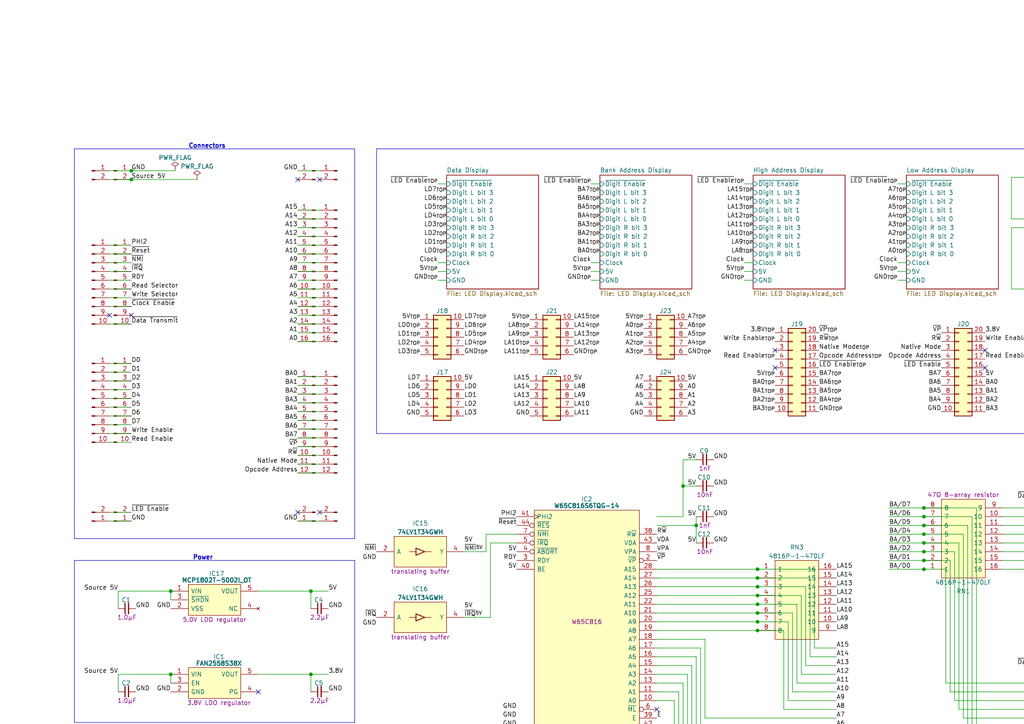
<source format=kicad_sch>
(kicad_sch (version 20230121) (generator eeschema)
  (paper "A4")
  (junction (at 219.71 180.34))
  (junction (at 90.17 171.45))
  (junction (at 267.97 147.32))
  (junction (at 336.55 210.82))
  (junction (at 38.1 52.07))
  (junction (at 351.79 66.04))
  (junction (at 219.71 165.1))
  (junction (at 219.71 177.8))
  (junction (at 219.71 167.64))
  (junction (at 336.55 203.2))
  (junction (at 198.12 140.97))
  (junction (at 49.53 171.45))
  (junction (at 219.71 182.88))
  (junction (at 351.79 54.61))
  (junction (at 267.97 149.86))
  (junction (at 336.55 215.9))
  (junction (at 336.55 200.66))
  (junction (at 267.97 160.02))
  (junction (at 90.17 195.58))
  (junction (at 267.97 162.56))
  (junction (at 336.55 213.36))
  (junction (at 219.71 172.72))
  (junction (at 267.97 154.94))
  (junction (at 201.93 152.4))
  (junction (at 267.97 157.48))
  (junction (at 219.71 170.18))
  (junction (at 49.53 195.58))
  (junction (at 344.17 66.04))
  (junction (at 267.97 152.4))
  (junction (at 38.1 49.53))
  (junction (at 336.55 205.74))
  (junction (at 336.55 198.12))
  (junction (at 219.71 175.26))
  (junction (at 336.55 208.28))
  (junction (at 267.97 165.1))
  (junction (at 211.455 281.305))
  (no_connect (at 92.71 52.07))
  (no_connect (at 92.71 148.59))
  (no_connect (at 86.36 148.59))
  (no_connect (at 86.36 52.07))
  (no_connect (at 332.74 106.68))
  (no_connect (at 177.165 255.905))
  (no_connect (at 177.165 258.445))
  (no_connect (at 38.1 91.44))
  (no_connect (at 31.75 91.44))
  (no_connect (at 177.165 253.365))
  (no_connect (at 190.5 205.74))
  (no_connect (at 190.5 210.82))
  (no_connect (at 253.365 291.465))
  (no_connect (at 332.74 111.76))
  (no_connect (at 353.06 111.76))
  (no_connect (at 177.165 291.465))
  (no_connect (at 74.93 200.66))
  (no_connect (at 285.75 106.68))
  (no_connect (at 285.75 101.6))
  (no_connect (at 416.56 113.03))
  (no_connect (at 416.56 110.49))
  (no_connect (at 416.56 107.95))
  (no_connect (at 416.56 105.41))
  (no_connect (at 224.79 101.6))
  (no_connect (at 224.79 106.68))
  (no_connect (at 353.06 106.68))
  (no_connect (at 177.165 250.825))
  (wire (pts (xy 219.71 182.88) (xy 227.33 182.88)))
  (wire (pts (xy 350.52 203.2) (xy 350.52 228.6)))
  (wire (pts (xy 336.55 200.66) (xy 351.79 200.66)))
  (wire (pts (xy 190.5 187.96) (xy 203.2 187.96)))
  (wire (pts (xy 227.33 205.74) (xy 227.33 182.88)))
  (wire (pts (xy 275.59 200.66) (xy 308.61 200.66)))
  (wire (pts (xy 92.71 78.74) (xy 86.36 78.74)))
  (wire (pts (xy 278.13 205.74) (xy 308.61 205.74)))
  (wire (pts (xy 31.75 88.9) (xy 38.1 88.9)))
  (wire (pts (xy 276.86 203.2) (xy 308.61 203.2)))
  (wire (pts (xy 215.9 76.2) (xy 218.44 76.2)))
  (wire (pts (xy 293.37 66.04) (xy 293.37 83.82)))
  (wire (pts (xy 31.75 52.07) (xy 38.1 52.07)))
  (wire (pts (xy 267.97 160.02) (xy 276.86 160.02)))
  (polyline (pts (xy 102.87 162.56) (xy 102.87 209.55)))
  (wire (pts (xy 198.12 220.98) (xy 242.57 220.98)))
  (wire (pts (xy 267.97 165.1) (xy 274.32 165.1)))
  (wire (pts (xy 92.71 60.96) (xy 86.36 60.96)))
  (wire (pts (xy 74.93 195.58) (xy 90.17 195.58)))
  (wire (pts (xy 198.12 133.35) (xy 201.93 133.35)))
  (wire (pts (xy 90.17 195.58) (xy 90.17 200.66)))
  (wire (pts (xy 336.55 210.82) (xy 346.71 210.82)))
  (wire (pts (xy 308.61 149.86) (xy 290.83 149.86)))
  (wire (pts (xy 92.71 49.53) (xy 86.36 49.53)))
  (wire (pts (xy 233.68 170.18) (xy 233.68 193.04)))
  (wire (pts (xy 334.01 213.36) (xy 336.55 213.36)))
  (wire (pts (xy 211.455 283.845) (xy 211.455 281.305)))
  (wire (pts (xy 440.69 115.57) (xy 444.5 115.57)))
  (wire (pts (xy 233.68 193.04) (xy 242.57 193.04)))
  (wire (pts (xy 340.36 68.58) (xy 346.71 68.58)))
  (wire (pts (xy 346.71 236.22) (xy 346.71 210.82)))
  (wire (pts (xy 308.61 210.82) (xy 280.67 210.82)))
  (wire (pts (xy 274.32 198.12) (xy 308.61 198.12)))
  (wire (pts (xy 92.71 116.84) (xy 86.36 116.84)))
  (wire (pts (xy 92.71 71.12) (xy 86.36 71.12)))
  (wire (pts (xy 260.35 53.34) (xy 262.89 53.34)))
  (polyline (pts (xy 109.22 43.18) (xy 109.22 125.73)))
  (wire (pts (xy 334.01 215.9) (xy 336.55 215.9)))
  (wire (pts (xy 196.85 223.52) (xy 242.57 223.52)))
  (wire (pts (xy 328.93 111.76) (xy 328.93 109.22)))
  (wire (pts (xy 257.81 160.02) (xy 267.97 160.02)))
  (wire (pts (xy 190.5 170.18) (xy 219.71 170.18)))
  (wire (pts (xy 31.75 107.95) (xy 38.1 107.95)))
  (wire (pts (xy 31.75 76.2) (xy 38.1 76.2)))
  (wire (pts (xy 334.01 205.74) (xy 336.55 205.74)))
  (wire (pts (xy 281.94 149.86) (xy 281.94 213.36)))
  (wire (pts (xy 142.24 179.07) (xy 134.62 179.07)))
  (wire (pts (xy 274.32 198.12) (xy 274.32 165.1)))
  (wire (pts (xy 31.75 125.73) (xy 38.1 125.73)))
  (wire (pts (xy 195.58 226.06) (xy 242.57 226.06)))
  (wire (pts (xy 204.47 185.42) (xy 204.47 208.28)))
  (wire (pts (xy 280.67 152.4) (xy 280.67 210.82)))
  (wire (pts (xy 355.6 68.58) (xy 351.79 68.58)))
  (wire (pts (xy 142.24 157.48) (xy 142.24 179.07)))
  (wire (pts (xy 275.59 200.66) (xy 275.59 162.56)))
  (polyline (pts (xy 21.59 43.18) (xy 21.59 156.21)))
  (wire (pts (xy 31.75 110.49) (xy 38.1 110.49)))
  (wire (pts (xy 92.71 129.54) (xy 86.36 129.54)))
  (wire (pts (xy 379.73 73.66) (xy 389.89 73.66)))
  (wire (pts (xy 334.01 160.02) (xy 353.06 160.02)))
  (wire (pts (xy 443.23 105.41) (xy 447.04 105.41)))
  (wire (pts (xy 211.455 278.765) (xy 211.455 281.305)))
  (wire (pts (xy 308.61 152.4) (xy 290.83 152.4)))
  (wire (pts (xy 334.01 152.4) (xy 353.06 152.4)))
  (wire (pts (xy 31.75 105.41) (xy 38.1 105.41)))
  (wire (pts (xy 199.39 195.58) (xy 199.39 218.44)))
  (wire (pts (xy 346.71 236.22) (xy 359.41 236.22)))
  (wire (pts (xy 38.1 49.53) (xy 50.8 49.53)))
  (wire (pts (xy 429.26 100.33) (xy 429.26 107.95)))
  (wire (pts (xy 190.5 152.4) (xy 201.93 152.4)))
  (wire (pts (xy 190.5 185.42) (xy 204.47 185.42)))
  (wire (pts (xy 31.75 115.57) (xy 38.1 115.57)))
  (wire (pts (xy 334.01 149.86) (xy 353.06 149.86)))
  (wire (pts (xy 236.22 187.96) (xy 242.57 187.96)))
  (wire (pts (xy 127 53.34) (xy 129.54 53.34)))
  (wire (pts (xy 203.2 187.96) (xy 203.2 210.82)))
  (wire (pts (xy 349.25 231.14) (xy 359.41 231.14)))
  (wire (pts (xy 228.6 203.2) (xy 242.57 203.2)))
  (wire (pts (xy 345.44 238.76) (xy 359.41 238.76)))
  (wire (pts (xy 229.87 200.66) (xy 229.87 177.8)))
  (wire (pts (xy 430.53 92.71) (xy 433.07 92.71)))
  (wire (pts (xy 283.21 215.9) (xy 308.61 215.9)))
  (wire (pts (xy 31.75 128.27) (xy 38.1 128.27)))
  (wire (pts (xy 199.39 218.44) (xy 242.57 218.44)))
  (wire (pts (xy 190.5 177.8) (xy 219.71 177.8)))
  (wire (pts (xy 149.86 154.94) (xy 140.97 154.94)))
  (wire (pts (xy 140.97 160.02) (xy 134.62 160.02)))
  (wire (pts (xy 201.93 213.36) (xy 242.57 213.36)))
  (wire (pts (xy 92.71 83.82) (xy 86.36 83.82)))
  (wire (pts (xy 231.14 198.12) (xy 231.14 175.26)))
  (wire (pts (xy 92.71 81.28) (xy 86.36 81.28)))
  (wire (pts (xy 219.71 177.8) (xy 229.87 177.8)))
  (polyline (pts (xy 102.87 162.56) (xy 21.59 162.56)))
  (wire (pts (xy 416.56 97.79) (xy 430.53 97.79)))
  (wire (pts (xy 92.71 124.46) (xy 86.36 124.46)))
  (wire (pts (xy 351.79 66.04) (xy 351.79 63.5)))
  (wire (pts (xy 92.71 91.44) (xy 86.36 91.44)))
  (wire (pts (xy 347.98 83.82) (xy 337.82 83.82)))
  (wire (pts (xy 350.52 228.6) (xy 359.41 228.6)))
  (wire (pts (xy 190.5 175.26) (xy 219.71 175.26)))
  (wire (pts (xy 334.01 162.56) (xy 353.06 162.56)))
  (wire (pts (xy 34.29 171.45) (xy 34.29 176.53)))
  (polyline (pts (xy 102.87 156.21) (xy 21.59 156.21)))
  (wire (pts (xy 293.37 83.82) (xy 312.42 83.82)))
  (wire (pts (xy 232.41 195.58) (xy 242.57 195.58)))
  (wire (pts (xy 92.71 111.76) (xy 86.36 111.76)))
  (wire (pts (xy 227.965 278.765) (xy 211.455 278.765)))
  (wire (pts (xy 38.1 52.07) (xy 57.15 52.07)))
  (wire (pts (xy 31.75 49.53) (xy 38.1 49.53)))
  (wire (pts (xy 200.66 215.9) (xy 242.57 215.9)))
  (wire (pts (xy 171.45 78.74) (xy 173.99 78.74)))
  (wire (pts (xy 190.5 172.72) (xy 219.71 172.72)))
  (wire (pts (xy 330.2 96.52) (xy 330.2 104.14)))
  (wire (pts (xy 344.17 66.04) (xy 351.79 66.04)))
  (wire (pts (xy 351.79 66.04) (xy 351.79 68.58)))
  (wire (pts (xy 149.86 157.48) (xy 142.24 157.48)))
  (wire (pts (xy 345.44 238.76) (xy 345.44 213.36)))
  (wire (pts (xy 260.35 76.2) (xy 262.89 76.2)))
  (wire (pts (xy 92.71 88.9) (xy 86.36 88.9)))
  (wire (pts (xy 440.69 107.95) (xy 443.23 107.95)))
  (wire (pts (xy 346.71 77.47) (xy 355.6 77.47)))
  (wire (pts (xy 257.81 165.1) (xy 267.97 165.1)))
  (wire (pts (xy 290.83 147.32) (xy 308.61 147.32)))
  (wire (pts (xy 219.71 167.64) (xy 234.95 167.64)))
  (wire (pts (xy 127 78.74) (xy 129.54 78.74)))
  (wire (pts (xy 349.25 205.74) (xy 349.25 231.14)))
  (wire (pts (xy 34.29 171.45) (xy 49.53 171.45)))
  (wire (pts (xy 351.79 200.66) (xy 351.79 226.06)))
  (wire (pts (xy 92.71 132.08) (xy 86.36 132.08)))
  (wire (pts (xy 347.98 233.68) (xy 359.41 233.68)))
  (wire (pts (xy 444.5 107.95) (xy 447.04 107.95)))
  (wire (pts (xy 416.56 90.17) (xy 427.99 90.17)))
  (wire (pts (xy 336.55 198.12) (xy 353.06 198.12)))
  (wire (pts (xy 31.75 73.66) (xy 38.1 73.66)))
  (wire (pts (xy 92.71 66.04) (xy 86.36 66.04)))
  (wire (pts (xy 31.75 120.65) (xy 38.1 120.65)))
  (polyline (pts (xy 21.59 209.55) (xy 21.59 162.56)))
  (wire (pts (xy 334.01 165.1) (xy 353.06 165.1)))
  (wire (pts (xy 171.45 81.28) (xy 173.99 81.28)))
  (wire (pts (xy 257.81 154.94) (xy 267.97 154.94)))
  (wire (pts (xy 267.97 154.94) (xy 279.4 154.94)))
  (wire (pts (xy 198.12 198.12) (xy 198.12 220.98)))
  (wire (pts (xy 364.49 83.82) (xy 353.06 83.82)))
  (wire (pts (xy 203.2 210.82) (xy 242.57 210.82)))
  (wire (pts (xy 204.47 208.28) (xy 242.57 208.28)))
  (wire (pts (xy 334.01 147.32) (xy 353.06 147.32)))
  (wire (pts (xy 430.53 97.79) (xy 430.53 100.33)))
  (wire (pts (xy 336.55 203.2) (xy 350.52 203.2)))
  (wire (pts (xy 219.71 172.72) (xy 232.41 172.72)))
  (wire (pts (xy 229.87 200.66) (xy 242.57 200.66)))
  (wire (pts (xy 171.45 76.2) (xy 173.99 76.2)))
  (wire (pts (xy 281.94 213.36) (xy 308.61 213.36)))
  (wire (pts (xy 416.56 100.33) (xy 429.26 100.33)))
  (wire (pts (xy 190.5 200.66) (xy 196.85 200.66)))
  (wire (pts (xy 267.97 157.48) (xy 278.13 157.48)))
  (wire (pts (xy 90.17 195.58) (xy 95.25 195.58)))
  (wire (pts (xy 177.165 276.225) (xy 227.965 276.225)))
  (polyline (pts (xy 21.59 43.18) (xy 102.87 43.18)))
  (wire (pts (xy 232.41 172.72) (xy 232.41 195.58)))
  (wire (pts (xy 171.45 53.34) (xy 173.99 53.34)))
  (wire (pts (xy 308.61 162.56) (xy 290.83 162.56)))
  (wire (pts (xy 257.81 152.4) (xy 267.97 152.4)))
  (wire (pts (xy 92.71 68.58) (xy 86.36 68.58)))
  (wire (pts (xy 92.71 76.2) (xy 86.36 76.2)))
  (wire (pts (xy 353.06 198.12) (xy 353.06 223.52)))
  (wire (pts (xy 351.79 54.61) (xy 355.6 54.61)))
  (wire (pts (xy 308.61 165.1) (xy 290.83 165.1)))
  (wire (pts (xy 34.29 195.58) (xy 49.53 195.58)))
  (wire (pts (xy 215.9 78.74) (xy 218.44 78.74)))
  (wire (pts (xy 429.26 83.82) (xy 427.99 83.82)))
  (wire (pts (xy 190.5 190.5) (xy 201.93 190.5)))
  (wire (pts (xy 347.98 233.68) (xy 347.98 208.28)))
  (wire (pts (xy 211.455 273.685) (xy 227.965 273.685)))
  (wire (pts (xy 440.69 92.71) (xy 444.5 92.71)))
  (wire (pts (xy 177.165 286.385) (xy 227.965 286.385)))
  (wire (pts (xy 334.01 154.94) (xy 353.06 154.94)))
  (wire (pts (xy 31.75 113.03) (xy 38.1 113.03)))
  (wire (pts (xy 201.93 190.5) (xy 201.93 213.36)))
  (wire (pts (xy 336.55 205.74) (xy 349.25 205.74)))
  (wire (pts (xy 293.37 63.5) (xy 293.37 51.435)))
  (wire (pts (xy 328.93 109.22) (xy 332.74 109.22)))
  (wire (pts (xy 201.93 152.4) (xy 201.93 157.48)))
  (wire (pts (xy 257.81 157.48) (xy 267.97 157.48)))
  (wire (pts (xy 443.23 107.95) (xy 443.23 105.41)))
  (wire (pts (xy 219.71 175.26) (xy 231.14 175.26)))
  (wire (pts (xy 177.165 245.745) (xy 211.455 245.745)))
  (wire (pts (xy 92.71 63.5) (xy 86.36 63.5)))
  (wire (pts (xy 334.01 198.12) (xy 336.55 198.12)))
  (wire (pts (xy 219.71 165.1) (xy 236.22 165.1)))
  (wire (pts (xy 336.55 213.36) (xy 345.44 213.36)))
  (wire (pts (xy 344.17 241.3) (xy 344.17 215.9)))
  (polyline (pts (xy 109.22 125.73) (xy 487.68 125.73)))
  (wire (pts (xy 92.71 127) (xy 86.36 127)))
  (wire (pts (xy 31.75 123.19) (xy 38.1 123.19)))
  (wire (pts (xy 309.88 66.04) (xy 293.37 66.04)))
  (wire (pts (xy 416.56 95.25) (xy 430.53 95.25)))
  (wire (pts (xy 211.455 245.745) (xy 211.455 273.685)))
  (wire (pts (xy 336.55 208.28) (xy 347.98 208.28)))
  (wire (pts (xy 430.53 95.25) (xy 430.53 92.71)))
  (wire (pts (xy 346.71 54.61) (xy 351.79 54.61)))
  (wire (pts (xy 353.06 223.52) (xy 359.41 223.52)))
  (wire (pts (xy 49.53 195.58) (xy 49.53 198.12)))
  (wire (pts (xy 190.5 180.34) (xy 219.71 180.34)))
  (wire (pts (xy 308.61 208.28) (xy 279.4 208.28)))
  (wire (pts (xy 344.17 66.04) (xy 340.36 66.04)))
  (wire (pts (xy 346.71 63.5) (xy 340.36 63.5)))
  (wire (pts (xy 92.71 134.62) (xy 86.36 134.62)))
  (wire (pts (xy 279.4 154.94) (xy 279.4 208.28)))
  (wire (pts (xy 283.21 147.32) (xy 283.21 215.9)))
  (polyline (pts (xy 487.68 125.73) (xy 487.68 43.18)))
  (wire (pts (xy 444.5 100.33) (xy 447.04 100.33)))
  (wire (pts (xy 293.37 51.435) (xy 344.17 51.435)))
  (wire (pts (xy 276.86 203.2) (xy 276.86 160.02)))
  (wire (pts (xy 74.93 171.45) (xy 90.17 171.45)))
  (wire (pts (xy 215.9 53.34) (xy 218.44 53.34)))
  (wire (pts (xy 92.71 93.98) (xy 86.36 93.98)))
  (wire (pts (xy 344.17 241.3) (xy 359.41 241.3)))
  (wire (pts (xy 267.97 152.4) (xy 280.67 152.4)))
  (wire (pts (xy 397.51 73.66) (xy 400.05 73.66)))
  (wire (pts (xy 198.12 149.86) (xy 198.12 140.97)))
  (wire (pts (xy 267.97 147.32) (xy 283.21 147.32)))
  (wire (pts (xy 444.5 115.57) (xy 444.5 107.95)))
  (wire (pts (xy 190.5 182.88) (xy 219.71 182.88)))
  (polyline (pts (xy 102.87 43.18) (xy 102.87 156.21)))
  (wire (pts (xy 90.17 171.45) (xy 95.25 171.45)))
  (polyline (pts (xy 109.22 43.18) (xy 487.68 43.18)))
  (wire (pts (xy 190.5 165.1) (xy 219.71 165.1)))
  (wire (pts (xy 227.33 205.74) (xy 242.57 205.74)))
  (wire (pts (xy 346.71 54.61) (xy 346.71 63.5)))
  (wire (pts (xy 260.35 81.28) (xy 262.89 81.28)))
  (wire (pts (xy 351.79 226.06) (xy 359.41 226.06)))
  (wire (pts (xy 278.13 205.74) (xy 278.13 157.48)))
  (wire (pts (xy 31.75 118.11) (xy 38.1 118.11)))
  (wire (pts (xy 234.95 190.5) (xy 242.57 190.5)))
  (wire (pts (xy 308.61 157.48) (xy 290.83 157.48)))
  (wire (pts (xy 257.81 162.56) (xy 267.97 162.56)))
  (wire (pts (xy 92.71 114.3) (xy 86.36 114.3)))
  (wire (pts (xy 443.23 100.33) (xy 443.23 102.87)))
  (wire (pts (xy 440.69 100.33) (xy 443.23 100.33)))
  (wire (pts (xy 236.22 165.1) (xy 236.22 187.96)))
  (wire (pts (xy 227.965 283.845) (xy 211.455 283.845)))
  (wire (pts (xy 309.88 63.5) (xy 293.37 63.5)))
  (wire (pts (xy 31.75 78.74) (xy 38.1 78.74)))
  (wire (pts (xy 346.71 68.58) (xy 346.71 77.47)))
  (wire (pts (xy 430.53 100.33) (xy 433.07 100.33)))
  (wire (pts (xy 257.81 149.86) (xy 267.97 149.86)))
  (wire (pts (xy 127 76.2) (xy 129.54 76.2)))
  (wire (pts (xy 92.71 151.13) (xy 86.36 151.13)))
  (wire (pts (xy 334.01 157.48) (xy 353.06 157.48)))
  (wire (pts (xy 190.5 167.64) (xy 219.71 167.64)))
  (wire (pts (xy 267.97 162.56) (xy 275.59 162.56)))
  (wire (pts (xy 257.81 147.32) (xy 267.97 147.32)))
  (wire (pts (xy 364.49 54.61) (xy 360.68 54.61)))
  (wire (pts (xy 31.75 71.12) (xy 38.1 71.12)))
  (wire (pts (xy 231.14 198.12) (xy 242.57 198.12)))
  (wire (pts (xy 308.61 160.02) (xy 290.83 160.02)))
  (wire (pts (xy 195.58 203.2) (xy 195.58 226.06)))
  (wire (pts (xy 228.6 203.2) (xy 228.6 180.34)))
  (wire (pts (xy 211.455 281.305) (xy 177.165 281.305)))
  (wire (pts (xy 351.79 54.61) (xy 351.79 58.42)))
  (wire (pts (xy 260.35 78.74) (xy 262.89 78.74)))
  (wire (pts (xy 92.71 99.06) (xy 86.36 99.06)))
  (wire (pts (xy 31.75 86.36) (xy 38.1 86.36)))
  (wire (pts (xy 92.71 96.52) (xy 86.36 96.52)))
  (wire (pts (xy 190.5 149.86) (xy 198.12 149.86)))
  (wire (pts (xy 140.97 154.94) (xy 140.97 160.02)))
  (wire (pts (xy 90.17 171.45) (xy 90.17 176.53)))
  (wire (pts (xy 127 81.28) (xy 129.54 81.28)))
  (wire (pts (xy 198.12 198.12) (xy 190.5 198.12)))
  (wire (pts (xy 196.85 200.66) (xy 196.85 223.52)))
  (wire (pts (xy 190.5 193.04) (xy 200.66 193.04)))
  (wire (pts (xy 92.71 121.92) (xy 86.36 121.92)))
  (wire (pts (xy 31.75 148.59) (xy 38.1 148.59)))
  (wire (pts (xy 31.75 93.98) (xy 38.1 93.98)))
  (wire (pts (xy 219.71 180.34) (xy 228.6 180.34)))
  (wire (pts (xy 234.95 167.64) (xy 234.95 190.5)))
  (wire (pts (xy 200.66 193.04) (xy 200.66 215.9)))
  (wire (pts (xy 92.71 137.16) (xy 86.36 137.16)))
  (wire (pts (xy 427.99 102.87) (xy 427.99 115.57)))
  (wire (pts (xy 334.01 210.82) (xy 336.55 210.82)))
  (wire (pts (xy 92.71 109.22) (xy 86.36 109.22)))
  (wire (pts (xy 31.75 83.82) (xy 38.1 83.82)))
  (wire (pts (xy 326.39 111.76) (xy 328.93 111.76)))
  (wire (pts (xy 364.49 77.47) (xy 360.68 77.47)))
  (wire (pts (xy 215.9 81.28) (xy 218.44 81.28)))
  (wire (pts (xy 429.26 107.95) (xy 433.07 107.95)))
  (wire (pts (xy 198.12 140.97) (xy 201.93 140.97)))
  (wire (pts (xy 344.17 51.435) (xy 344.17 66.04)))
  (wire (pts (xy 334.01 203.2) (xy 336.55 203.2)))
  (wire (pts (xy 201.93 152.4) (xy 201.93 149.86)))
  (wire (pts (xy 31.75 151.13) (xy 38.1 151.13)))
  (wire (pts (xy 219.71 170.18) (xy 233.68 170.18)))
  (wire (pts (xy 190.5 203.2) (xy 195.58 203.2)))
  (wire (pts (xy 330.2 104.14) (xy 332.74 104.14)))
  (wire (pts (xy 49.53 173.99) (xy 49.53 171.45)))
  (wire (pts (xy 308.61 154.94) (xy 290.83 154.94)))
  (wire (pts (xy 416.56 102.87) (xy 427.99 102.87)))
  (wire (pts (xy 198.12 140.97) (xy 198.12 133.35)))
  (wire (pts (xy 92.71 73.66) (xy 86.36 73.66)))
  (wire (pts (xy 334.01 208.28) (xy 336.55 208.28)))
  (polyline (pts (xy 102.87 209.55) (xy 21.59 209.55)))
  (wire (pts (xy 334.01 200.66) (xy 336.55 200.66)))
  (wire (pts (xy 92.71 86.36) (xy 86.36 86.36)))
  (wire (pts (xy 34.29 195.58) (xy 34.29 200.66)))
  (wire (pts (xy 427.99 83.82) (xy 427.99 90.17)))
  (wire (pts (xy 267.97 149.86) (xy 281.94 149.86)))
  (wire (pts (xy 444.5 92.71) (xy 444.5 100.33)))
  (wire (pts (xy 190.5 195.58) (xy 199.39 195.58)))
  (wire (pts (xy 336.55 215.9) (xy 344.17 215.9)))
  (wire (pts (xy 427.99 115.57) (xy 433.07 115.57)))
  (wire (pts (xy 364.49 68.58) (xy 360.68 68.58)))
  (wire (pts (xy 31.75 81.28) (xy 38.1 81.28)))
  (wire (pts (xy 326.39 96.52) (xy 330.2 96.52)))
  (wire (pts (xy 443.23 102.87) (xy 447.04 102.87)))
  (wire (pts (xy 92.71 119.38) (xy 86.36 119.38)))
  (text "Power" (at 55.88 162.56 0) (effects (font (size 1.27 1.27) (thickness 0.254) bold) (justify left bottom)))
  (text "Connectors" (at 54.61 43.18 0) (effects (font (size 1.27 1.27) (thickness 0.254) bold) (justify left bottom)))
  (label "Clock" (at 364.49 83.82 0))
  (label "A5_{TOP}" (at 262.89 60.96 180))
  (label "A10" (at 86.36 73.66 180))
  (label "Write Enable" (at 253.365 276.225 0))
  (label "R~{W}" (at 190.5 154.94 0))
  (label "~{Clock Enable}" (at 151.765 287.655 180))
  (label "A6_{TOP}" (at 199.39 95.25 0))
  (label "3.8V" (at 285.75 96.52 0))
  (label "D0" (at 359.41 223.52 0))
  (label "5V_{TOP}" (at 472.44 67.31 180))
  (label "LD3_{TOP}" (at 129.54 66.04 180))
  (label "A4_{TOP}" (at 199.39 100.33 0))
  (label "A2" (at 86.36 93.98 180))
  (label "5V" (at 149.86 165.1 180))
  (label "A7" (at 86.36 81.28 180))
  (label "D5" (at 359.41 236.22 0))
  (label "3.8V" (at 334.01 189.23 0))
  (label "BA{slash}D3" (at 171.45 218.44 270))
  (label "GND" (at 308.61 219.71 180))
  (label "PHI2" (at 38.1 71.12 0))
  (label "A5" (at 186.69 115.57 180))
  (label "LA8" (at 242.57 182.88 0))
  (label "LD0_{TOP}" (at 129.54 73.66 180))
  (label "BA7_{TOP}" (at 173.99 55.88 180))
  (label "5V" (at 134.62 110.49 0))
  (label "LD5" (at 121.92 115.57 180))
  (label "BA6_{TOP}" (at 173.99 58.42 180))
  (label "~{NMI}" (at 109.22 160.02 180))
  (label "LD5_{TOP}" (at 134.62 97.79 0))
  (label "3.8V" (at 376.555 257.175 180))
  (label "LD3_{TOP}" (at 121.92 102.87 180))
  (label "LD0" (at 359.41 198.12 0))
  (label "D3" (at 359.41 231.14 0))
  (label "Opcode Address_{TOP}" (at 391.16 102.87 180))
  (label "GND_{TOP}" (at 199.39 102.87 0))
  (label "RDY" (at 149.86 162.56 180))
  (label "BA1_{TOP}" (at 224.79 114.3 180))
  (label "5V_{TOP}" (at 309.88 68.58 180))
  (label "BA{slash}D6" (at 163.83 218.44 270))
  (label "Source 5V" (at 34.29 195.58 180))
  (label "A0" (at 199.39 113.03 0))
  (label "A0_{TOP}" (at 262.89 73.66 180))
  (label "GND_{TOP}" (at 458.47 49.53 0))
  (label "GND_{TOP}" (at 127 81.28 180))
  (label "BA7" (at 86.36 127 180))
  (label "5V_{TOP}" (at 215.9 78.74 180))
  (label "E" (at 190.5 208.28 0))
  (label "Write Enable" (at 285.75 99.06 0))
  (label "GND_{TOP}" (at 458.47 58.42 0))
  (label "Source 5V" (at 34.29 171.45 180))
  (label "GND" (at 227.965 294.005 180))
  (label "LA9_{TOP}" (at 153.67 97.79 180))
  (label "LA11_{TOP}" (at 218.44 66.04 180))
  (label "GND_{TOP}" (at 134.62 102.87 0))
  (label "Opcode Address" (at 86.36 137.16 180))
  (label "GND" (at 151.765 314.325 180))
  (label "GND_{TOP}" (at 477.52 67.31 0))
  (label "BA0_{TOP}" (at 173.99 73.66 180))
  (label "3.8V" (at 253.365 273.685 0))
  (label "LA9" (at 166.37 115.57 0))
  (label "LA8_{TOP}" (at 218.44 73.66 180))
  (label "3.8V" (at 334.01 191.77 0))
  (label "BA3" (at 86.36 116.84 180))
  (label "A15" (at 86.36 60.96 180))
  (label "5V" (at 201.93 149.86 180))
  (label "R~{W}" (at 151.765 245.745 180))
  (label "LD6" (at 121.92 113.03 180))
  (label "GND_{TOP}" (at 364.49 68.58 0))
  (label "GND" (at 121.92 120.65 180))
  (label "GND" (at 153.67 120.65 180))
  (label "GND_{TOP}" (at 477.52 49.53 0))
  (label "BA3_{TOP}" (at 224.79 119.38 180))
  (label "BA6_{TOP}" (at 237.49 111.76 0))
  (label "GND" (at 38.1 151.13 0))
  (label "LA14" (at 153.67 113.03 180))
  (label "Native Mode" (at 177.165 248.285 0))
  (label "Write Selector" (at 151.765 274.955 180))
  (label "5V" (at 201.93 157.48 180))
  (label "~{LED Enable}_{TOP}" (at 391.16 90.17 180))
  (label "GND" (at 151.765 250.825 180))
  (label "3.8V" (at 376.555 283.845 180))
  (label "GND_{TOP}" (at 353.06 109.22 0))
  (label "A0" (at 86.36 99.06 180))
  (label "Opcode Address_{TOP}" (at 237.49 104.14 0))
  (label "LD4" (at 121.92 118.11 180))
  (label "Write Selector OR ~{Clock Enable}" (at 177.165 276.225 0))
  (label "GND_{TOP}" (at 467.36 105.41 0))
  (label "BA2" (at 86.36 114.3 180))
  (label "Clock" (at 127 76.2 180))
  (label "BA{slash}D1" (at 257.81 162.56 0))
  (label "BA5" (at 353.06 152.4 0))
  (label "D6" (at 38.1 120.65 0))
  (label "LA9" (at 242.57 180.34 0))
  (label "Native Mode" (at 273.05 101.6 180))
  (label "BA4_{TOP}" (at 173.99 63.5 180))
  (label "A2" (at 199.39 118.11 0))
  (label "LA12_{TOP}" (at 166.37 100.33 0))
  (label "LA14_{TOP}" (at 166.37 95.25 0))
  (label "BA{slash}D1" (at 176.53 218.44 270))
  (label "D7" (at 38.1 123.19 0))
  (label "A5" (at 242.57 213.36 0))
  (label "BA{slash}D5" (at 166.37 218.44 270))
  (label "~{LED Enable}" (at 273.05 106.68 180))
  (label "GND_{TOP}" (at 391.16 110.49 180))
  (label "A15" (at 242.57 187.96 0))
  (label "3.8V_{TOP}" (at 337.82 81.28 0))
  (label "GND" (at 151.765 260.985 180))
  (label "A4" (at 86.36 88.9 180))
  (label "BA5" (at 86.36 121.92 180))
  (label "GND" (at 207.01 149.86 0))
  (label "R~{W}" (at 86.36 132.08 180))
  (label "A7" (at 242.57 208.28 0))
  (label "LD4" (at 359.41 208.28 0))
  (label "GND" (at 149.86 210.82 180))
  (label "GND" (at 49.53 200.66 180))
  (label "GND" (at 151.765 253.365 180))
  (label "VPA" (at 151.765 282.575 180))
  (label "D6" (at 359.41 238.76 0))
  (label "PHI2" (at 149.86 149.86 180))
  (label "A13" (at 242.57 193.04 0))
  (label "GND_{TOP}" (at 312.42 86.36 180))
  (label "A7_{TOP}" (at 262.89 55.88 180))
  (label "BA{slash}D4" (at 257.81 154.94 0))
  (label "LD4_{TOP}" (at 129.54 63.5 180))
  (label "GND_{TOP}" (at 391.16 105.41 180))
  (label "A14" (at 242.57 190.5 0))
  (label "5V" (at 201.93 140.97 180))
  (label "LA10" (at 166.37 118.11 0))
  (label "5V" (at 375.92 196.85 180))
  (label "VPA" (at 190.5 160.02 0))
  (label "LA10_{TOP}" (at 218.44 68.58 180))
  (label "5V_{TOP}" (at 472.44 49.53 180))
  (label "3.8V" (at 334.01 142.24 0))
  (label "Read Selector" (at 151.765 285.115 180))
  (label "5V_{TOP}" (at 224.79 109.22 180))
  (label "R~{W}_{TOP}" (at 237.49 99.06 0))
  (label "BA1" (at 86.36 111.76 180))
  (label "LD2" (at 134.62 118.11 0))
  (label "R~{W}" (at 227.965 281.305 180))
  (label "5V_{TOP}" (at 391.16 92.71 180))
  (label "LD3" (at 134.62 120.65 0))
  (label "GND" (at 95.25 200.66 0))
  (label "GND" (at 381 205.74 0))
  (label "~{VP}" (at 86.36 129.54 180))
  (label "5V" (at 199.39 110.49 0))
  (label "LD6" (at 359.41 213.36 0))
  (label "GND" (at 151.765 290.195 180))
  (label "~{VP}_{TOP}" (at 391.16 95.25 180))
  (label "GND" (at 186.69 120.65 180))
  (label "GND" (at 308.61 167.64 180))
  (label "GND_{TOP}" (at 237.49 119.38 0))
  (label "BA6" (at 86.36 124.46 180))
  (label "A14" (at 86.36 63.5 180))
  (label "GND" (at 207.01 133.35 0))
  (label "5V_{TOP}" (at 127 78.74 180))
  (label "3.8V" (at 177.165 273.685 0))
  (label "~{IRQ}" (at 109.22 179.07 180))
  (label "~{IRQ}^{5V}" (at 134.62 179.07 0))
  (label "~{Data Transmit}" (at 308.61 144.78 180))
  (label "~{VP}" (at 190.5 162.56 0))
  (label "Opcode Address" (at 177.165 310.515 0))
  (label "A5" (at 86.36 86.36 180))
  (label "VPA" (at 151.765 311.785 180))
  (label "R~{W}" (at 273.05 99.06 180))
  (label "A0_{TOP}" (at 186.69 95.25 180))
  (label "GND" (at 39.37 176.53 0))
  (label "Read Enable_{TOP}" (at 318.77 111.76 180))
  (label "A4_{TOP}" (at 262.89 63.5 180))
  (label "GND" (at 381 179.07 0))
  (label "3.8V" (at 95.25 195.58 0))
  (label "LA13" (at 153.67 115.57 180))
  (label "~{VP}_{TOP}" (at 237.49 96.52 0))
  (label "Valid Address" (at 177.165 281.305 0))
  (label "GND" (at 227.965 291.465 180))
  (label "GND" (at 334.01 222.25 0))
  (label "A1_{TOP}" (at 262.89 71.12 180))
  (label "Write Enable" (at 38.1 125.73 0))
  (label "A6" (at 186.69 113.03 180))
  (label "D4" (at 38.1 115.57 0))
  (label "GND_{TOP}" (at 391.16 113.03 180))
  (label "GND_{TOP}" (at 391.16 107.95 180))
  (label "BA3" (at 285.75 119.38 0))
  (label "3.8V" (at 376.555 266.065 180))
  (label "BA0" (at 285.75 111.76 0))
  (label "GND" (at 381.635 257.175 0))
  (label "5V_{TOP}" (at 472.44 58.42 180))
  (label "GND" (at 149.86 208.28 180))
  (label "GND_{TOP}" (at 405.13 73.66 0))
  (label "5V" (at 308.61 189.23 180))
  (label "~{LED Enable}_{TOP}" (at 260.35 53.34 180))
  (label "A7" (at 186.69 110.49 180))
  (label "5V_{TOP}" (at 374.65 73.66 180))
  (label "A12" (at 242.57 195.58 0))
  (label "GND" (at 149.86 205.74 180))
  (label "LD6_{TOP}" (at 129.54 58.42 180))
  (label "5V_{TOP}" (at 153.67 92.71 180))
  (label "BA{slash}D2" (at 173.99 218.44 270))
  (label "GND" (at 207.01 157.48 0))
  (label "LD1_{TOP}" (at 129.54 71.12 180))
  (label "VDA" (at 151.765 280.035 180))
  (label "3.8V" (at 375.92 187.96 180))
  (label "GND_{TOP}" (at 467.36 107.95 0))
  (label "5V" (at 134.62 157.48 0))
  (label "A9" (at 86.36 76.2 180))
  (label "BA4_{TOP}" (at 237.49 116.84 0))
  (label "3.8V" (at 177.165 307.975 0))
  (label "LD1_{TOP}" (at 121.92 97.79 180))
  (label "LA11_{TOP}" (at 153.67 102.87 180))
  (label "A8" (at 86.36 78.74 180))
  (label "LA15" (at 153.67 110.49 180))
  (label "LA13_{TOP}" (at 218.44 60.96 180))
  (label "GND_{TOP}" (at 477.52 58.42 0))
  (label "Write Selector" (at 38.1 86.36 0))
  (label "LD5" (at 359.41 210.82 0))
  (label "GND" (at 227.965 288.925 180))
  (label "5V_{TOP}" (at 171.45 78.74 180))
  (label "~{LED Enable}_{TOP}" (at 127 53.34 180))
  (label "GND" (at 151.765 295.275 180))
  (label "5V_{TOP}" (at 472.44 76.2 180))
  (label "Read Selector OR ~{Clock Enable}" (at 177.165 286.385 0))
  (label "LD1" (at 134.62 115.57 0))
  (label "BA7" (at 273.05 109.22 180))
  (label "LD7_{TOP}" (at 134.62 92.71 0))
  (label "BA3" (at 353.06 157.48 0))
  (label "GND" (at 38.1 49.53 0))
  (label "GND" (at 207.01 140.97 0))
  (label "D3" (at 38.1 113.03 0))
  (label "GND" (at 151.765 292.735 180))
  (label "LA10" (at 242.57 177.8 0))
  (label "D7" (at 359.41 241.3 0))
  (label "BA6" (at 353.06 149.86 0))
  (label "LD2_{TOP}" (at 129.54 68.58 180))
  (label "BA{slash}D7" (at 161.29 218.44 270))
  (label "D4" (at 359.41 233.68 0))
  (label "Read Enable" (at 285.75 104.14 0))
  (label "RDY" (at 38.1 81.28 0))
  (label "GND" (at 39.37 200.66 0))
  (label "5V_{TOP}" (at 340.36 60.96 0))
  (label "~{IRQ}" (at 38.1 78.74 0))
  (label "GND" (at 151.765 258.445 180))
  (label "Read Enable_{TOP}" (at 224.79 104.14 180))
  (label "Write Enable_{TOP}" (at 318.77 96.52 180))
  (label "LD0" (at 134.62 113.03 0))
  (label "LD0_{TOP}" (at 121.92 95.25 180))
  (label "GND" (at 273.05 119.38 180))
  (label "BA4" (at 273.05 116.84 180))
  (label "GND_{TOP}" (at 434.34 83.82 0))
  (label "~{Reset}" (at 38.1 73.66 0))
  (label "Clock" (at 260.35 76.2 180))
  (label "3.8V" (at 308.61 142.24 180))
  (label "A1" (at 199.39 115.57 0))
  (label "BA7" (at 353.06 147.32 0))
  (label "D2" (at 359.41 228.6 0))
  (label "3.8V_{TOP}" (at 224.79 96.52 180))
  (label "Read Enable" (at 253.365 283.845 0))
  (label "~{VP}" (at 273.05 96.52 180))
  (label "BA2" (at 285.75 116.84 0))
  (label "GND" (at 308.61 222.25 180))
  (label "A3" (at 242.57 218.44 0))
  (label "LD2" (at 359.41 203.2 0))
  (label "GND_{TOP}" (at 391.16 115.57 180))
  (label "LA14" (at 242.57 167.64 0))
  (label "GND" (at 227.965 296.545 180))
  (label "BA1" (at 285.75 114.3 0))
  (label "LA15_{TOP}" (at 166.37 92.71 0))
  (label "GND" (at 86.36 151.13 180))
  (label "BA{slash}D3" (at 257.81 157.48 0))
  (label "~{Data Transmit}" (at 38.1 93.98 0))
  (label "BA2" (at 353.06 160.02 0))
  (label "5V" (at 375.92 205.74 180))
  (label "BA2_{TOP}" (at 173.99 68.58 180))
  (label "BA0" (at 86.36 109.22 180))
  (label "~{NMI}" (at 38.1 76.2 0))
  (label "VDA" (at 151.765 309.245 180))
  (label "~{NMI}^{5V}" (at 134.62 160.02 0))
  (label "LD2_{TOP}" (at 121.92 100.33 180))
  (label "A6_{TOP}" (at 262.89 58.42 180))
  (label "~{Clock Enable}" (at 38.1 88.9 0))
  (label "BA0" (at 353.06 165.1 0))
  (label "GND_{TOP}" (at 477.52 76.2 0))
  (label "A11" (at 86.36 71.12 180))
  (label "BA{slash}D6" (at 257.81 149.86 0))
  (label "GND" (at 151.765 255.905 180))
  (label "A1_{TOP}" (at 186.69 97.79 180))
  (label "LA13" (at 242.57 170.18 0))
  (label "GND" (at 109.22 181.61 180))
  (label "3.8V_{TOP}" (at 453.39 49.53 180))
  (label "~{Clock Enable}" (at 151.765 277.495 180))
  (label "Power LED" (at 389.89 73.66 180))
  (label "LA15_{TOP}" (at 218.44 55.88 180))
  (label "BA{slash}D7" (at 257.81 147.32 0))
  (label "GND_{TOP}" (at 215.9 81.28 180))
  (label "BA5" (at 273.05 114.3 180))
  (label "~{LED Enable}_{TOP}" (at 237.49 106.68 0))
  (label "5V" (at 149.86 160.02 180))
  (label "GND_{TOP}" (at 364.49 77.47 0))
  (label "A3" (at 86.36 91.44 180))
  (label "BA7_{TOP}" (at 237.49 109.22 0))
  (label "GND_{TOP}" (at 166.37 102.87 0))
  (label "R~{W}" (at 308.61 195.58 180))
  (label "LD7_{TOP}" (at 129.54 55.88 180))
  (label "Source 5V" (at 38.1 52.07 0))
  (label "GND_{TOP}" (at 467.36 102.87 0))
  (label "GND" (at 381.635 274.955 0))
  (label "A4" (at 242.57 215.9 0))
  (label "LA9_{TOP}" (at 218.44 71.12 180))
  (label "A12" (at 86.36 68.58 180))
  (label "BA6" (at 273.05 111.76 180))
  (label "GND" (at 381.635 283.845 0))
  (label "5V_{TOP}" (at 260.35 78.74 180))
  (label "A2_{TOP}" (at 186.69 100.33 180))
  (label "A1" (at 242.57 223.52 0))
  (label "LA11" (at 242.57 175.26 0))
  (label "GND" (at 381 187.96 0))
  (label "D2" (at 38.1 110.49 0))
  (label "D5" (at 38.1 118.11 0))
  (label "LA12" (at 242.57 172.72 0))
  (label "3.8V_{TOP}" (at 467.36 100.33 0))
  (label "BA5_{TOP}" (at 173.99 60.96 180))
  (label "GND" (at 381.635 266.065 0))
  (label "LD1" (at 359.41 200.66 0))
  (label "LD3" (at 359.41 205.74 0))
  (label "Read Selector" (at 38.1 83.82 0))
  (label "E" (at 151.765 248.285 180))
  (label "A2_{TOP}" (at 262.89 68.58 180))
  (label "LD4_{TOP}" (at 134.62 100.33 0))
  (label "~{LED Enable}_{TOP}" (at 171.45 53.34 180))
  (label "A3_{TOP}" (at 262.89 66.04 180))
  (label "A1" (at 86.36 96.52 180))
  (label "LA12_{TOP}" (at 218.44 63.5 180))
  (label "R~{W}_{TOP}" (at 391.16 97.79 180))
  (label "A2" (at 242.57 220.98 0))
  (label "A7_{TOP}" (at 199.39 92.71 0))
  (label "GND" (at 95.25 176.53 0))
  (label "Native Mode_{TOP}" (at 237.49 101.6 0))
  (label "LD5_{TOP}" (at 129.54 60.96 180))
  (label "5V_{TOP}" (at 416.56 90.17 0))
  (label "A10" (at 242.57 200.66 0))
  (label "BA{slash}D2" (at 257.81 160.02 0))
  (label "BA1_{TOP}" (at 173.99 71.12 180))
  (label "A3_{TOP}" (at 186.69 102.87 180))
  (label "5V" (at 166.37 110.49 0))
  (label "LA10_{TOP}" (at 153.67 100.33 180))
  (label "A5_{TOP}" (at 199.39 97.79 0))
  (label "BA4" (at 86.36 119.38 180))
  (label "A0" (at 242.57 226.06 0))
  (label "GND" (at 381 196.85 0))
  (label "LA14_{TOP}" (at 218.44 58.42 180))
  (label "5V_{TOP}" (at 121.92 92.71 180))
  (label "5V" (at 285.75 109.22 0))
  (label "BA1" (at 353.06 162.56 0))
  (label "BA{slash}D0" (at 179.07 218.44 270))
  (label "A13" (at 86.36 66.04 180))
  (label "LA8_{TOP}" (at 153.67 95.25 180))
  (label "5V" (at 201.93 133.35 180))
  (label "BA{slash}D4" (at 168.91 218.44 270))
  (label "BA0_{TOP}" (at 224.79 111.76 180))
  (label "D0" (at 38.1 105.41 0))
  (label "D1" (at 38.1 107.95 0))
  (label "BA4" (at 353.06 154.94 0))
  (label "A4" (at 186.69 118.11 180))
  (label "3.8V" (at 376.555 274.955 180))
  (label "A6" (at 242.57 210.82 0))
  (label "5V_{TOP}" (at 364.49 54.61 0))
  (label "BA3_{TOP}" (at 173.99 66.04 180))
  (label "Read Enable" (at 38.1 128.27 0))
  (label "BA5_{TOP}" (at 237.49 114.3 0))
  (label "LD7" (at 359.41 215.9 0))
  (label "GND_{TOP}" (at 171.45 81.28 180))
  (label "BA{slash}D5" (at 257.81 152.4 0))
  (label "A11" (at 242.57 198.12 0))
  (label "~{LED Enable}" (at 38.1 148.59 0))
  (label "~{Reset}" (at 149.86 152.4 180))
  (label "~{Data Transmit}" (at 308.61 193.04 180))
  (label "GND_{TOP}" (at 309.88 60.96 180))
  (label "Native Mode" (at 86.36 134.62 180))
  (label "GND" (at 49.53 176.53 180))
  (label "LA12" (at 153.67 118.11 180))
  (label "~{R}W" (at 177.165 245.745 0))
  (label "Clock" (at 215.9 76.2 180))
  (label "VDA" (at 190.5 157.48 0))
  (label "BA2_{TOP}" (at 224.79 116.84 180))
  (label "LA15" (at 242.57 165.1 0))
  (label "GND_{TOP}" (at 260.35 81.28 180))
  (label "Opcode Address" (at 273.05 104.14 180))
  (label "A9" (at 242.57 203.2 0))
  (label "D1" (at 359.41 226.06 0))
  (label "GND_{TOP}" (at 353.06 104.14 0))
  (label "LA8" (at 166.37 113.03 0))
  (label "GND" (at 86.36 49.53 180))
  (label "3.8V_{TOP}" (at 453.39 58.42 180))
  (label "5V" (at 134.62 176.53 0))
  (label "~{LED Enable}_{TOP}" (at 215.9 53.34 180))
  (label "GND" (at 109.22 162.56 180))
  (label "BA{slash}D0" (at 257.81 165.1 0))
  (label "5V" (at 95.25 171.45 0))
  (label "Write Enable_{TOP}" (at 224.79 99.06 180))
  (label "3.8V" (at 177.165 243.205 0))
  (label "A6" (at 86.36 83.82 180))
  (label "LA11" (at 166.37 120.65 0))
  (label "A8" (at 242.57 205.74 0))
  (label "LA13_{TOP}" (at 166.37 97.79 0))
  (label "LD7" (at 121.92 110.49 180))
  (label "3.8V" (at 375.92 179.07 180))
  (label "Clock" (at 171.45 76.2 180))
  (label "A3" (at 199.39 120.65 0))
  (label "5V_{TOP}" (at 186.69 92.71 180))
  (label "Native Mode_{TOP}" (at 391.16 100.33 180))
  (label "LD6_{TOP}" (at 134.62 95.25 0))
  (symbol (lib_id "HCP65:C_0805") (at 375.92 179.07 0) (unit 1)
    (property "Reference" "C17" (at 378.206 176.53 0))
    (property "Value" "C_0805" (effects hide))
    (property "Footprint" "SamacSys_Parts:C_0805" (effects hide))
    (property "Description" "1nF" (at 378.46 181.61 0))
  )
  (symbol (lib_id "WDC:W65C816S6TQG-14") (at 149.86 149.86 0) (unit 1)
    (property "Reference" "IC2" (at 170.18 144.78 0))
    (property "Value" "W65C816S6TQG-14" (at 170.18 146.685 0) (effects (font bold)))
    (property "Footprint" "SamacSys_Parts:W65C816 PLCC 0.8mm 44 Pin" (effects hide))
    (property "Datasheet" "https://componentsearchengine.com/Datasheets/1/W65C816S6TQG-14.pdf" (effects hide))
    (property "Description" "W65C816" (at 170.18 180.34 0))
    (property "Height" "4.57" (effects hide))
    (property "Mouser Part Number" "955-W65C816S6TQG-14" (effects hide))
    (property "Mouser Price/Stock" "https://www.mouser.co.uk/ProductDetail/Western-Design-Center-WDC/W65C816S6TQG-14?qs=9lcNTSmDlCpDFNJ8GRf7eQ%3D%3D" (effects hide))
    (property "Manufacturer_Name" "Western Design Center (WDC)" (effects hide))
    (property "Manufacturer_Part_Number" "W65C816S6TQG-14" (effects hide))
  )
  (symbol (lib_id "HCP65:C_0805") (at 472.44 76.2 0) (unit 1)
    (property "Reference" "C25" (at 474.726 73.66 0))
    (property "Value" "C_0805" (effects hide))
    (property "Footprint" "SamacSys_Parts:C_0805" (effects hide))
    (property "Description" "1μF" (at 474.98 78.74 0))
  )
  (symbol (lib_id "HCP65:C_0805") (at 201.93 157.48 0) (unit 1)
    (property "Reference" "C12" (at 204.216 154.94 0))
    (property "Value" "C_0805" (effects hide))
    (property "Footprint" "SamacSys_Parts:C_0805" (effects hide))
    (property "Description" "10nF" (at 204.47 160.02 0))
  )
  (symbol (lib_id "power:PWR_FLAG") (at 57.15 52.07 0) (unit 1)
    (property "Reference" "#FLG0103" (effects hide))
    (property "Value" "PWR_FLAG" (at 57.15 48.26 0))
  )
  (symbol (lib_id "Connector:Conn_01x02_Male") (at 33.02 49.53 0) (unit 1)
    (property "Reference" "J3" (effects hide))
    (property "Value" "Conn_01x02_Male" (effects hide))
    (property "Footprint" "Connector_PinHeader_2.54mm:PinHeader_1x02_P2.54mm_Vertical" (effects hide))
  )
  (symbol (lib_id "Bourns:CAY16-681J4LF") (at 353.06 111.76 180) (unit 1)
    (property "Reference" "RN2" (at 342.9 116.84 0))
    (property "Value" "CAY16-681J4LF" (at 342.9 114.935 0))
    (property "Footprint" "SamacSys_Parts:CAY16-J4" (effects hide))
    (property "Datasheet" "https://www.bourns.com/pdfs/CATCAY.pdf" (effects hide))
    (property "Description" "680Ω 4-array resistor" (at 342.9 100.965 0))
    (property "Manufacturer_Name" "Bourns" (effects hide))
    (property "Manufacturer_Part_Number" "CAY16-681J4LF" (effects hide))
    (property "Mouser Part Number" "652-CAY16-681J4LF" (effects hide))
    (property "Mouser Price/Stock" "https://www.mouser.co.uk/ProductDetail/Bourns/CAY16-472J4LF?qs=vjljXApjgZXDWSqaYW6%252BOA%3D%3D" (effects hide))
    (property "Silkscreen" "680Ω" (effects hide))
  )
  (symbol (lib_id "Nexperia:74LVC1G08GV,125") (at 151.765 308.61 0) (unit 1)
    (property "Reference" "IC7" (at 163.195 302.895 0) (effects (justify left)))
    (property "Value" "74LVC1G08GV,125" (at 164.465 304.8 0) (effects (font bold)))
    (property "Footprint" "SOT95P275X110-5N" (effects hide))
    (property "Datasheet" "https://assets.nexperia.com/documents/data-sheet/74LVC1G08.pdf" (effects hide))
    (property "Description" "2-input AND gate" (at 164.465 317.5 0))
    (property "Height" "1.1" (effects hide))
    (property "Manufacturer_Name" "Nexperia" (effects hide))
    (property "Manufacturer_Part_Number" "74LVC1G08GV,125" (effects hide))
    (property "Mouser Part Number" "771-74LVC1G08GV" (effects hide))
    (property "Mouser Price/Stock" "https://www.mouser.co.uk/ProductDetail/Nexperia/74LVC1G08GV125?qs=me8TqzrmIYXEnurJEPZc7A%3D%3D" (effects hide))
    (property "Arrow Part Number" "74LVC1G08GV,125" (effects hide))
    (property "Arrow Price/Stock" "https://www.arrow.com/en/products/74lvc1g08gv125/nexperia" (effects hide))
    (property "Silkscreen" "74LVC1G08" (effects hide))
  )
  (symbol (lib_id "HCP65:C_0805") (at 376.555 257.175 0) (unit 1)
    (property "Reference" "C13" (at 378.841 254.635 0))
    (property "Value" "C_0805" (effects hide))
    (property "Footprint" "SamacSys_Parts:C_0805" (effects hide))
    (property "Description" "1nF" (at 379.095 259.715 0))
  )
  (symbol (lib_id "Nexperia:74LVC04APW,118") (at 151.765 245.745 0) (unit 1)
    (property "Reference" "IC5" (at 164.465 238.125 0))
    (property "Value" "74LVC04APW,118" (at 164.465 240.03 0) (effects (font bold)))
    (property "Footprint" "SOP65P640X110-14N" (effects hide))
    (property "Datasheet" "https://assets.nexperia.com/documents/data-sheet/74LVC04A.pdf" (effects hide))
    (property "Description" "inverter" (at 164.465 264.16 0))
    (property "Height" "1.1" (effects hide))
    (property "Manufacturer_Name" "Nexperia" (effects hide))
    (property "Manufacturer_Part_Number" "74LVC04APW,118" (effects hide))
    (property "Mouser Part Number" "771-74LVC04APW-T" (effects hide))
    (property "Mouser Price/Stock" "https://www.mouser.co.uk/ProductDetail/Nexperia/74LVC04APW118?qs=me8TqzrmIYUA5zXidd9%2F4g%3D%3D" (effects hide))
    (property "Arrow Part Number" "74LVC04APW,118" (effects hide))
    (property "Arrow Price/Stock" "https://www.arrow.com/en/products/74lvc04apw118/nexperia?region=nac" (effects hide))
  )
  (symbol (lib_id "Connector_Generic:Conn_02x10_Counter_Clockwise") (at 278.13 106.68 0) (unit 1)
    (property "Reference" "J20" (at 279.4 93.98 0))
    (property "Value" "Conn_02x05_Counter_Clockwise" (effects hide))
    (property "Footprint" "SamacSys_Parts:Pin_Socket_1.27mm 2x10" (effects hide))
  )
  (symbol (lib_id "Texas_Instruments:SN74ABT245BDBR") (at 391.16 90.17 0) (unit 1)
    (property "Reference" "IC18" (at 403.86 85.09 0))
    (property "Value" "SN74ABT245BDBR" (at 403.86 86.995 0) (effects (font bold)))
    (property "Footprint" "SOP65P780X200-20N" (effects hide))
    (property "Datasheet" "http://www.ti.com/lit/gpn/sn74abt245b" (effects hide))
    (property "Description" "8-bit line driver" (at 403.86 118.745 0))
    (property "Height" "2" (effects hide))
    (property "Manufacturer_Name" "Texas Instruments" (effects hide))
    (property "Manufacturer_Part_Number" "SN74ABT245BDBR" (effects hide))
    (property "Mouser Part Number" "595-SN74ABT245BDBR" (effects hide))
    (property "Mouser Price/Stock" "https://www.mouser.co.uk/ProductDetail/Texas-Instruments/SN74ABT245BDBR?qs=5nGYs9Do7G0kvriH65mtcg%3D%3D" (effects hide))
    (property "Arrow Part Number" "SN74ABT245BDBR" (effects hide))
    (property "Arrow Price/Stock" "https://www.arrow.com/en/products/sn74abt245bdbr/texas-instruments" (effects hide))
  )
  (symbol (lib_id "Device:C_Small") (at 358.14 68.58 90) (unit 1)
    (property "Reference" "C7" (at 359.41 66.04 90) (effects (justify left)))
    (property "Value" "C_Small" (effects hide))
    (property "Footprint" "Capacitor_SMD:C_0805_2012Metric_Pad1.18x1.45mm_HandSolder" (effects hide))
    (property "Description" "0.47μF" (at 358.14 71.12 90))
  )
  (symbol (lib_id "Device:C_Small") (at 431.8 83.82 270) (unit 1)
    (property "Reference" "C3" (at 430.53 81.28 90) (effects (justify left)))
    (property "Value" "C_Small" (effects hide))
    (property "Footprint" "Capacitor_SMD:C_0805_2012Metric" (effects hide))
    (property "Description" "10µF" (at 431.8 86.36 90))
  )
  (symbol (lib_id "Bourns:4816P-1-470LF") (at 336.55 215.9 0) (mirror x) (unit 1)
    (property "Reference" "RN5" (at 347.98 222.25 0))
    (property "Value" "4816P-1-470LF" (at 347.98 219.71 0))
    (property "Footprint" "SOIC127P762X240-16N" (effects hide))
    (property "Datasheet" "https://componentsearchengine.com/Datasheets/1/4816P-1-470LF.pdf" (effects hide))
    (property "Description" "47Ω 8-array resistor" (at 347.98 194.31 0))
    (property "Height" "2.4" (effects hide))
    (property "Manufacturer_Name" "Bourns" (effects hide))
    (property "Manufacturer_Part_Number" "4816P-1-470LF" (effects hide))
    (property "Mouser Part Number" "652-4816P-1LF-47" (effects hide))
    (property "Mouser Price/Stock" "https://www.mouser.co.uk/ProductDetail/Bourns/4816P-1-470LF?qs=mkjPM10ZYVYQYl61r%252BeeAg%3D%3D" (effects hide))
    (property "Arrow Part Number" "4816P-1-470LF" (effects hide))
    (property "Arrow Price/Stock" "https://www.arrow.com/en/products/4816p-1-470lf/bourns" (effects hide))
  )
  (symbol (lib_id "HCP65:C_0805") (at 453.39 49.53 0) (unit 1)
    (property "Reference" "C6" (at 455.676 46.99 0))
    (property "Value" "C_0805" (effects hide))
    (property "Footprint" "SamacSys_Parts:C_0805" (effects hide))
    (property "Description" "1nF" (at 455.93 52.07 0))
  )
  (symbol (lib_id "Connector:Conn_01x02_Male") (at 91.44 151.13 180) (unit 1)
    (property "Reference" "J8" (effects hide))
    (property "Value" "Conn_01x02_Male" (effects hide))
    (property "Footprint" "Connector_PinHeader_2.54mm:PinHeader_1x02_P2.54mm_Vertical" (effects hide))
  )
  (symbol (lib_id "HCP65:C_0805") (at 34.29 176.53 0) (unit 1)
    (property "Reference" "C1" (at 36.576 173.99 0))
    (property "Value" "C_0805" (effects hide))
    (property "Footprint" "SamacSys_Parts:C_0805" (effects hide))
    (property "Description" "1.0µF" (at 36.83 179.07 0))
  )
  (symbol (lib_id "Connector:Conn_01x10_Male") (at 33.02 81.28 0) (unit 1)
    (property "Reference" "J4" (effects hide))
    (property "Value" "Conn_01x10_Male" (effects hide))
    (property "Footprint" "Connector_PinHeader_2.54mm:PinHeader_1x10_P2.54mm_Vertical" (effects hide))
  )
  (symbol (lib_id "Connector:Conn_01x02_Male") (at 91.44 49.53 0) (mirror y) (unit 1)
    (property "Reference" "J6" (effects hide))
    (property "Value" "Conn_01x02_Male" (effects hide))
    (property "Footprint" "Connector_PinHeader_2.54mm:PinHeader_1x02_P2.54mm_Vertical" (effects hide))
  )
  (symbol (lib_id "Wurth_Elektronik:150224YS73100A") (at 436.88 92.71 0) (mirror x) (unit 1)
    (property "Reference" "LED3" (at 436.88 94.615 0) (effects (justify bottom)))
    (property "Value" "150224YS73100A" (effects hide))
    (property "Footprint" "150224BS73100A" (effects hide))
    (property "Datasheet" "https://www.we-online.com/catalog/datasheet/150224BS73100A.pdf" (effects hide))
    (property "Description" "yellow LED" (at 436.88 89.535 0) (effects (justify bottom)))
    (property "Height" "1.41" (effects hide))
    (property "Manufacturer_Name" "Wurth Elektronik" (effects hide))
    (property "Silkscreen" "ylw" (effects hide))
  )
  (symbol (lib_id "Device:NetTie_2") (at 377.19 73.66 0) (unit 1)
    (property "Reference" "NT1" (at 377.19 72.39 0))
    (property "Value" "NetTie_2" (at 377.19 74.93 0))
    (property "Footprint" "NetTie:NetTie-2_SMD_Pad0.5mm" (effects hide))
  )
  (symbol (lib_id "Connector:Conn_01x10_Male") (at 26.67 81.28 0) (unit 1)
    (property "Reference" "J11" (effects hide))
    (property "Value" "Conn_01x10_Male" (effects hide))
    (property "Footprint" "Connector_PinHeader_2.54mm:PinHeader_1x10_P2.54mm_Vertical" (effects hide))
  )
  (symbol (lib_id "Device:R_Small") (at 358.14 54.61 90) (unit 1)
    (property "Reference" "R6" (at 359.41 52.705 90) (effects (justify left)))
    (property "Value" "R_Small" (effects hide))
    (property "Footprint" "Resistor_SMD:R_0805_2012Metric_Pad1.20x1.40mm_HandSolder" (effects hide))
    (property "Description" "220Ω" (at 358.14 57.15 90))
  )
  (symbol (lib_id "Nexperia:74LV1T34GWH") (at 109.22 176.53 0) (unit 1)
    (property "Reference" "IC16" (at 121.92 170.815 0))
    (property "Value" "74LV1T34GWH" (at 121.92 173.355 0) (effects (font bold)))
    (property "Footprint" "SOT65P212X110-5N" (effects hide))
    (property "Datasheet" "https://assets.nexperia.com/documents/data-sheet/74LV1T34.pdf" (effects hide))
    (property "Description" "translating buffer" (at 121.92 184.785 0))
    (property "Height" "1.1" (effects hide))
    (property "Manufacturer_Name" "Nexperia" (effects hide))
    (property "Manufacturer_Part_Number" "74LV1T34GWH" (effects hide))
    (property "Mouser Part Number" "771-74LV1T34GWH" (effects hide))
    (property "Mouser Price/Stock" "https://www.mouser.co.uk/ProductDetail/Nexperia/74LV1T34GWH?qs=W0yvOO0ixfHxD0aMqEYqbg%3D%3D" (effects hide))
    (property "Silkscreen" "74LV1T34" (effects hide))
  )
  (symbol (lib_id "HCP65:C_0805") (at 90.17 176.53 0) (unit 1)
    (property "Reference" "C4" (at 92.456 173.99 0))
    (property "Value" "C_0805" (effects hide))
    (property "Footprint" "SamacSys_Parts:C_0805" (effects hide))
    (property "Description" "2.2µF" (at 92.71 179.07 0))
  )
  (symbol (lib_id "HCP65:C_0805") (at 472.44 58.42 0) (unit 1)
    (property "Reference" "C23" (at 474.726 55.88 0))
    (property "Value" "C_0805" (effects hide))
    (property "Footprint" "SamacSys_Parts:C_0805" (effects hide))
    (property "Description" "1μF" (at 474.98 60.96 0))
  )
  (symbol (lib_id "Device:R_Small") (at 351.79 60.96 180) (unit 1)
    (property "Reference" "R5" (at 350.52 60.96 0) (effects (justify left)))
    (property "Value" "R_Small" (effects hide))
    (property "Footprint" "Resistor_SMD:R_0805_2012Metric_Pad1.20x1.40mm_HandSolder" (effects hide))
    (property "Description" "4.7KΩ" (at 355.6 60.96 0))
  )
  (symbol (lib_id "HCP65:C_0805") (at 34.29 200.66 0) (unit 1)
    (property "Reference" "C2" (at 36.576 198.12 0))
    (property "Value" "C_0805" (effects hide))
    (property "Footprint" "SamacSys_Parts:C_0805" (effects hide))
    (property "Description" "1.0µF" (at 36.83 203.2 0))
  )
  (symbol (lib_id "HCP65:C_0805") (at 201.93 133.35 0) (unit 1)
    (property "Reference" "C9" (at 204.216 130.81 0))
    (property "Value" "C_0805" (effects hide))
    (property "Footprint" "SamacSys_Parts:C_0805" (effects hide))
    (property "Description" "1nF" (at 204.47 135.89 0))
  )
  (symbol (lib_id "HCP65:C_0805") (at 375.92 196.85 0) (unit 1)
    (property "Reference" "C19" (at 378.206 194.31 0))
    (property "Value" "C_0805" (effects hide))
    (property "Footprint" "SamacSys_Parts:C_0805" (effects hide))
    (property "Description" "1nF" (at 378.46 199.39 0))
  )
  (symbol (lib_id "Connector:Conn_01x12_Male") (at 91.44 121.92 0) (mirror y) (unit 1)
    (property "Reference" "J15" (effects hide))
    (property "Value" "Conn_01x16_Male" (effects hide))
    (property "Footprint" "Connector_PinHeader_2.54mm:PinHeader_1x12_P2.54mm_Vertical" (effects hide))
  )
  (symbol (lib_id "Connector:Conn_01x02_Male") (at 26.67 151.13 0) (mirror x) (unit 1)
    (property "Reference" "J2" (effects hide))
    (property "Value" "Conn_01x02_Male" (effects hide))
    (property "Footprint" "Connector_PinHeader_2.54mm:PinHeader_1x02_P2.54mm_Vertical" (effects hide))
  )
  (symbol (lib_id "Nexperia:74LVC1G17GV,125") (at 312.42 83.82 0) (unit 1)
    (property "Reference" "IC10" (at 324.485 76.2 0) (effects (justify left)))
    (property "Value" "74LVC1G17GV,125" (at 325.12 78.105 0) (effects (font bold)))
    (property "Footprint" "SOT95P275X110-5N" (effects hide))
    (property "Datasheet" "https://assets.nexperia.com/documents/data-sheet/74LVC1G17.pdf" (effects hide))
    (property "Description" "Schmitt buffer" (at 325.755 89.535 0))
    (property "Height" "1.1" (effects hide))
    (property "Manufacturer_Name" "Nexperia" (effects hide))
    (property "Manufacturer_Part_Number" "74LVC1G17GV,125" (effects hide))
    (property "Mouser Part Number" "771-LVC1G17GV125" (effects hide))
    (property "Mouser Price/Stock" "https://www.mouser.co.uk/ProductDetail/Nexperia/74LVC1G17GV125?qs=me8TqzrmIYX3DxU5Fpa8sQ%3D%3D" (effects hide))
    (property "Silkscreen" "74LVC1G17" (effects hide))
  )
  (symbol (lib_id "Texas_Instruments:NE555DRG4") (at 309.88 60.96 0) (unit 1)
    (property "Reference" "IC9" (at 325.12 54.61 0))
    (property "Value" "NE555DRG4" (at 325.12 57.15 0))
    (property "Footprint" "SOIC127P600X175-8N" (effects hide))
    (property "Description" "precision timer" (at 325.12 72.39 0))
    (property "Height" "1.75" (effects hide))
    (property "Mouser Part Number" "595-NE555DRG4" (effects hide))
    (property "Mouser Price/Stock" "https://www.mouser.co.uk/ProductDetail/Texas-Instruments/NE555DRG4?qs=rLYyFdxB%2FmreBHawQCpQ0Q%3D%3D" (effects hide))
    (property "Manufacturer_Name" "Texas Instruments" (effects hide))
    (property "Manufacturer_Part_Number" "NE555DRG4" (effects hide))
    (property "Silkscreen" "NE555" (effects hide))
  )
  (symbol (lib_id "Connector:Conn_01x02_Male") (at 33.02 151.13 0) (mirror x) (unit 1)
    (property "Reference" "J5" (effects hide))
    (property "Value" "Conn_01x02_Male" (effects hide))
    (property "Footprint" "Connector_PinHeader_2.54mm:PinHeader_1x02_P2.54mm_Vertical" (effects hide))
  )
  (symbol (lib_id "Bourns:4816P-1-470LF") (at 219.71 165.1 0) (unit 1)
    (property "Reference" "RN3" (at 231.14 158.75 0))
    (property "Value" "4816P-1-470LF" (at 231.14 161.29 0))
    (property "Footprint" "SOIC127P762X240-16N" (effects hide))
    (property "Datasheet" "https://componentsearchengine.com/Datasheets/1/4816P-1-470LF.pdf" (effects hide))
    (property "Description" "47Ω 8-array resistor" (effects hide))
    (property "Height" "2.4" (effects hide))
    (property "Manufacturer_Name" "Bourns" (effects hide))
    (property "Manufacturer_Part_Number" "4816P-1-470LF" (effects hide))
    (property "Mouser Part Number" "652-4816P-1LF-47" (effects hide))
    (property "Mouser Price/Stock" "https://www.mouser.co.uk/ProductDetail/Bourns/4816P-1-470LF?qs=mkjPM10ZYVYQYl61r%252BeeAg%3D%3D" (effects hide))
    (property "Arrow Part Number" "4816P-1-470LF" (effects hide))
    (property "Arrow Price/Stock" "https://www.arrow.com/en/products/4816p-1-470lf/bourns" (effects hide))
  )
  (symbol (lib_id "Wurth_Elektronik:150224VS73100A") (at 322.58 111.76 0) (mirror y) (unit 1)
    (property "Reference" "LED5" (at 322.58 109.855 0) (effects (justify bottom)))
    (property "Value" "150224VS73100A" (effects hide))
    (property "Footprint" "150224VS73100A" (effects hide))
    (property "Datasheet" "https://www.we-online.com/katalog/datasheet/150224VS73100A.pdf" (effects hide))
    (property "Description" "green LED" (at 322.58 114.935 0) (effects (justify bottom)))
    (property "Height" "1.41" (effects hide))
    (property "Manufacturer_Name" "Wurth Elektronik" (effects hide))
    (property "Manufacturer_Part_Number" "150224VS73100A" (effects hide))
    (property "Mouser Part Number" "710-150224VS73100A" (effects hide))
    (property "Mouser Price/Stock" "https://www.mouser.co.uk/ProductDetail/Wurth-Elektronik/150224VS73100A?qs=8Aam6%252B7C6HG2%2FfdOsQ%2FdNg%3D%3D" (effects hide))
    (property "Silkscreen" "grn" (effects hide))
  )
  (symbol (lib_id "Microchip:MCP1802T-5002I_OT") (at 49.53 171.45 0) (unit 1)
    (property "Reference" "IC17" (at 62.865 166.37 0))
    (property "Value" "MCP1802T-5002I_OT" (at 62.865 168.275 0) (effects (font bold)))
    (property "Footprint" "SOT95P270X145-5N" (effects hide))
    (property "Datasheet" "http://ww1.microchip.com/downloads/en/DeviceDoc/22053C.pdf" (effects hide))
    (property "Description" "5.0V LDO regulator" (at 62.23 179.705 0))
    (property "Height" "1.45" (effects hide))
    (property "Manufacturer_Name" "Microchip" (effects hide))
    (property "Manufacturer_Part_Number" "MCP1802T-5002I/OT" (effects hide))
    (property "Mouser Part Number" "579-MCP1802T-5002IOT" (effects hide))
    (property "Mouser Price/Stock" "https://www.mouser.co.uk/ProductDetail/Microchip-Technology/MCP1802T-5002I-OT?qs=aE5D7Pt6ky0Y5Ywtpqsmzw%3D%3D" (effects hide))
    (property "Silkscreen" "MCP1802" (effects hide))
  )
  (symbol (lib_id "Nexperia:74LVC32APW,118") (at 151.765 274.955 0) (unit 1)
    (property "Reference" "IC6" (at 164.465 268.605 0))
    (property "Value" "74LVC32APW,118" (at 164.465 270.51 0) (effects (font bold)))
    (property "Footprint" "SOP65P640X110-14N" (effects hide))
    (property "Datasheet" "https://assets.nexperia.com/documents/data-sheet/74LVC32A.pdf" (effects hide))
    (property "Description" "2-input OR gate" (at 164.465 298.45 0))
    (property "Height" "1.1" (effects hide))
    (property "Manufacturer_Name" "Nexperia" (effects hide))
    (property "Manufacturer_Part_Number" "74LVC32APW,118" (effects hide))
    (property "Mouser Part Number" "771-74LVC32APW-T" (effects hide))
    (property "Mouser Price/Stock" "https://www.mouser.com/Search/Refine.aspx?Keyword=771-74LVC32APW-T" (effects hide))
    (property "Arrow Part Number" "74LVC32APW,118" (effects hide))
    (property "Arrow Price/Stock" "https://www.arrow.com/en/products/74lvc32apw118/nexperia" (effects hide))
  )
  (symbol (lib_id "HCP65:C_0805") (at 375.92 187.96 0) (unit 1)
    (property "Reference" "C18" (at 378.206 185.42 0))
    (property "Value" "C_0805" (effects hide))
    (property "Footprint" "SamacSys_Parts:C_0805" (effects hide))
    (property "Description" "1nF" (at 378.46 190.5 0))
  )
  (symbol (lib_id "Connector:Conn_01x12_Male") (at 97.79 121.92 0) (mirror y) (unit 1)
    (property "Reference" "J16" (effects hide))
    (property "Value" "Conn_01x12_Male" (effects hide))
    (property "Footprint" "Connector_PinHeader_2.54mm:PinHeader_1x12_P2.54mm_Vertical" (effects hide))
  )
  (symbol (lib_id "Connector:Conn_01x16_Male") (at 97.79 78.74 0) (mirror y) (unit 1)
    (property "Reference" "J12" (effects hide))
    (property "Value" "Conn_01x16_Male" (effects hide))
    (property "Footprint" "Connector_PinHeader_2.54mm:PinHeader_1x16_P2.54mm_Vertical" (effects hide))
  )
  (symbol (lib_id "HCP65:R_0805") (at 400.05 73.66 0) (unit 1)
    (property "Reference" "R3" (at 402.59 71.882 0))
    (property "Value" "R_0805" (effects hide))
    (property "Footprint" "SamacSys_Parts:R_0805" (effects hide))
    (property "Description" "1KΩ" (at 402.59 75.692 0))
  )
  (symbol (lib_id "HCP65:C_0805") (at 376.555 274.955 0) (unit 1)
    (property "Reference" "C15" (at 378.841 272.415 0))
    (property "Value" "C_0805" (effects hide))
    (property "Footprint" "SamacSys_Parts:C_0805" (effects hide))
    (property "Description" "1nF" (at 379.095 277.495 0))
  )
  (symbol (lib_id "Nexperia:74LV1T34GWH") (at 109.22 157.48 0) (unit 1)
    (property "Reference" "IC15" (at 121.92 151.765 0))
    (property "Value" "74LV1T34GWH" (at 121.92 154.305 0) (effects (font bold)))
    (property "Footprint" "SOT65P212X110-5N" (effects hide))
    (property "Datasheet" "https://assets.nexperia.com/documents/data-sheet/74LV1T34.pdf" (effects hide))
    (property "Description" "translating buffer" (at 121.92 165.735 0))
    (property "Height" "1.1" (effects hide))
    (property "Manufacturer_Name" "Nexperia" (effects hide))
    (property "Manufacturer_Part_Number" "74LV1T34GWH" (effects hide))
    (property "Mouser Part Number" "771-74LV1T34GWH" (effects hide))
    (property "Mouser Price/Stock" "https://www.mouser.co.uk/ProductDetail/Nexperia/74LV1T34GWH?qs=W0yvOO0ixfHxD0aMqEYqbg%3D%3D" (effects hide))
    (property "Silkscreen" "74LV1T34" (effects hide))
  )
  (symbol (lib_id "Connector_Generic:Conn_02x05_Counter_Clockwise") (at 191.77 115.57 0) (unit 1)
    (property "Reference" "J24" (at 193.04 107.95 0))
    (property "Value" "Conn_02x05_Counter_Clockwise" (effects hide))
    (property "Footprint" "SamacSys_Parts:Pin_Socket_1.27mm 2x05" (effects hide))
  )
  (symbol (lib_id "Connector:Conn_01x10_Male") (at 33.02 115.57 0) (unit 1)
    (property "Reference" "J14" (effects hide))
    (property "Value" "Conn_01x10_Male" (effects hide))
    (property "Footprint" "Connector_PinHeader_2.54mm:PinHeader_1x10_P2.54mm_Vertical" (effects hide))
  )
  (symbol (lib_id "HCP65:C_0805") (at 472.44 49.53 0) (unit 1)
    (property "Reference" "C22" (at 474.726 46.99 0))
    (property "Value" "C_0805" (effects hide))
    (property "Footprint" "SamacSys_Parts:C_0805" (effects hide))
    (property "Description" "1μF" (at 474.98 52.07 0))
  )
  (symbol (lib_id "power:PWR_FLAG") (at 50.8 49.53 0) (unit 1)
    (property "Reference" "#FLG0104" (effects hide))
    (property "Value" "PWR_FLAG" (at 50.8 45.72 0))
  )
  (symbol (lib_id "Connector_Generic:Conn_02x05_Counter_Clockwise") (at 158.75 115.57 0) (unit 1)
    (property "Reference" "J22" (at 160.02 107.95 0))
    (property "Value" "Conn_02x05_Counter_Clockwise" (effects hide))
    (property "Footprint" "SamacSys_Parts:Pin_Socket_1.27mm 2x05" (effects hide))
  )
  (symbol (lib_id "HCP65:C_0805") (at 375.92 205.74 0) (unit 1)
    (property "Reference" "C20" (at 378.206 203.2 0))
    (property "Value" "C_0805" (effects hide))
    (property "Footprint" "SamacSys_Parts:C_0805" (effects hide))
    (property "Description" "1nF" (at 378.46 208.28 0))
  )
  (symbol (lib_id "ON_Semiconductor:FAN2558S38X") (at 49.53 195.58 0) (unit 1)
    (property "Reference" "IC1" (at 63.5 190.5 0))
    (property "Value" "FAN2558S38X" (at 63.5 192.405 0) (effects (font bold)))
    (property "Footprint" "SOT95P270X145-5N" (effects hide))
    (property "Datasheet" "https://www.mouser.co.za/datasheet/2/308/1/FAN2558_D-2311565.pdf" (effects hide))
    (property "Description" "3.8V LDO regulator" (at 63.5 203.835 0))
    (property "Height" "1.45" (effects hide))
    (property "Manufacturer_Name" "Aptina / ON Semiconductor" (effects hide))
    (property "Manufacturer_Part_Number" "FAN2558S38X" (effects hide))
    (property "Mouser Part Number" "512-FAN2558S38X" (effects hide))
    (property "Mouser Price/Stock" "https://www.mouser.co.uk/ProductDetail/onsemi-Fairchild/FAN2558S38X?qs=2v2%252BE2uCx3nNodI42eTMtA%3D%3D" (effects hide))
    (property "Silkscreen" "FAN2558S" (effects hide))
  )
  (symbol (lib_id "Connector_Generic:Conn_02x05_Counter_Clockwise") (at 127 115.57 0) (unit 1)
    (property "Reference" "J17" (at 128.27 107.95 0))
    (property "Value" "Conn_02x05_Counter_Clockwise" (effects hide))
    (property "Footprint" "SamacSys_Parts:Pin_Socket_1.27mm 2x05" (effects hide))
  )
  (symbol (lib_id "Nexperia:74LVC11PW,112") (at 227.965 273.685 0) (unit 1)
    (property "Reference" "IC8" (at 240.03 267.97 0) (effects (justify left)))
    (property "Value" "74LVC11PW,112" (at 233.045 270.51 0) (effects (font bold) (justify left)))
    (property "Footprint" "SOP65P640X110-14N" (effects hide))
    (property "Datasheet" "https://assets.nexperia.com/documents/data-sheet/74LVC11.pdf" (effects hide))
    (property "Description" "3-input AND gate" (at 231.775 299.72 0) (effects (justify left)))
    (property "Height" "1.1" (effects hide))
    (property "Mouser Part Number" "771-LVC11PW112" (effects hide))
    (property "Mouser Price/Stock" "https://www.mouser.co.uk/ProductDetail/Nexperia/74LVC11PW112?qs=me8TqzrmIYUpAtZGADtB2w%3D%3D" (effects hide))
    (property "Manufacturer_Name" "Nexperia" (effects hide))
    (property "Manufacturer_Part_Number" "74LVC11PW,112" (effects hide))
  )
  (symbol (lib_id "Connector_Generic:Conn_02x05_Counter_Clockwise") (at 127 97.79 0) (unit 1)
    (property "Reference" "J18" (at 128.27 90.17 0))
    (property "Value" "Conn_02x05_Counter_Clockwise" (effects hide))
    (property "Footprint" "SamacSys_Parts:Pin_Header_1.27mm 2x05" (effects hide))
  )
  (symbol (lib_id "Wurth_Elektronik:150224YS73100A") (at 436.88 107.95 0) (mirror y) (unit 1)
    (property "Reference" "LED8" (at 436.88 106.045 0) (effects (justify bottom)))
    (property "Value" "150224YS73100A" (effects hide))
    (property "Footprint" "150224BS73100A" (effects hide))
    (property "Datasheet" "https://www.we-online.com/catalog/datasheet/150224BS73100A.pdf" (effects hide))
    (property "Description" "yellow LED" (at 436.88 111.125 0) (effects (justify bottom)))
    (property "Height" "1.41" (effects hide))
    (property "Manufacturer_Name" "Wurth Elektronik" (effects hide))
    (property "Silkscreen" "ylw" (effects hide))
  )
  (symbol (lib_id "Wurth_Elektronik:150224VS73100A") (at 322.58 96.52 0) (mirror y) (unit 1)
    (property "Reference" "LED2" (at 322.58 94.615 0) (effects (justify bottom)))
    (property "Value" "150224VS73100A" (effects hide))
    (property "Footprint" "150224VS73100A" (effects hide))
    (property "Datasheet" "https://www.we-online.com/katalog/datasheet/150224VS73100A.pdf" (effects hide))
    (property "Description" "green LED" (at 322.58 99.695 0) (effects (justify bottom)))
    (property "Height" "1.41" (effects hide))
    (property "Manufacturer_Name" "Wurth Elektronik" (effects hide))
    (property "Manufacturer_Part_Number" "150224VS73100A" (effects hide))
    (property "Mouser Part Number" "710-150224VS73100A" (effects hide))
    (property "Mouser Price/Stock" "https://www.mouser.co.uk/ProductDetail/Wurth-Elektronik/150224VS73100A?qs=8Aam6%252B7C6HG2%2FfdOsQ%2FdNg%3D%3D" (effects hide))
    (property "Silkscreen" "grn" (effects hide))
  )
  (symbol (lib_id "Connector:Conn_01x02_Male") (at 97.79 151.13 180) (unit 1)
    (property "Reference" "J10" (effects hide))
    (property "Value" "Conn_01x02_Male" (effects hide))
    (property "Footprint" "Connector_PinHeader_2.54mm:PinHeader_1x02_P2.54mm_Vertical" (effects hide))
  )
  (symbol (lib_id "HCP65:C_0805") (at 90.17 200.66 0) (unit 1)
    (property "Reference" "C5" (at 92.456 198.12 0))
    (property "Value" "C_0805" (effects hide))
    (property "Footprint" "SamacSys_Parts:C_0805" (effects hide))
    (property "Description" "2.2µF" (at 92.71 203.2 0))
  )
  (symbol (lib_id "Bourns:CAY16-681J4LF") (at 467.36 107.95 180) (unit 1)
    (property "Reference" "RN4" (at 457.2 113.03 0))
    (property "Value" "CAY16-681J4LF" (at 457.2 111.125 0))
    (property "Footprint" "SamacSys_Parts:CAY16-J4" (effects hide))
    (property "Datasheet" "https://www.bourns.com/pdfs/CATCAY.pdf" (effects hide))
    (property "Description" "680Ω 4-array resistor" (at 457.2 97.155 0))
    (property "Manufacturer_Name" "Bourns" (effects hide))
    (property "Manufacturer_Part_Number" "CAY16-681J4LF" (effects hide))
    (property "Mouser Part Number" "652-CAY16-681J4LF" (effects hide))
    (property "Mouser Price/Stock" "https://www.mouser.co.uk/ProductDetail/Bourns/CAY16-472J4LF?qs=vjljXApjgZXDWSqaYW6%252BOA%3D%3D" (effects hide))
    (property "Silkscreen" "680Ω" (effects hide))
  )
  (symbol (lib_id "Connector:Conn_01x10_Male") (at 26.67 115.57 0) (unit 1)
    (property "Reference" "J13" (effects hide))
    (property "Value" "Conn_01x10_Male" (effects hide))
    (property "Footprint" "Connector_PinHeader_2.54mm:PinHeader_1x10_P2.54mm_Vertical" (effects hide))
  )
  (symbol (lib_id "Connector:Conn_01x02_Male") (at 97.79 49.53 0) (mirror y) (unit 1)
    (property "Reference" "J9" (effects hide))
    (property "Value" "Conn_01x02_Male" (effects hide))
    (property "Footprint" "Connector_PinHeader_2.54mm:PinHeader_1x02_P2.54mm_Vertical" (effects hide))
  )
  (symbol (lib_id "Wurth_Elektronik:150224SS73100") (at 393.7 73.66 0) (mirror y) (unit 1)
    (property "Reference" "LED1" (at 393.7 71.755 0) (effects (justify bottom)))
    (property "Value" "150224SS73100" (effects hide))
    (property "Footprint" "SamacSys_Parts:150224SS73100A" (effects hide))
    (property "Datasheet" "http://www.farnell.com/datasheets/2301711.pdf" (effects hide))
    (property "Description" "red LED" (at 393.7 76.835 0) (effects (justify bottom)))
    (property "Height" "1.31" (effects hide))
    (property "Manufacturer_Name" "Wurth Elektronik" (effects hide))
    (property "Manufacturer_Part_Number" "150224SS73100" (effects hide))
    (property "Mouser Part Number" "710-150224SS73100" (effects hide))
    (property "Mouser Price/Stock" "https://www.mouser.co.uk/ProductDetail/Wurth-Elektronik/150224SS73100?qs=5aG0NVq1C4xYrTr%2FIVl59g%3D%3D" (effects hide))
    (property "Silkscreen" "red" (effects hide))
  )
  (symbol (lib_id "HCP65:C_0805") (at 376.555 266.065 0) (unit 1)
    (property "Reference" "C14" (at 378.841 263.525 0))
    (property "Value" "C_0805" (effects hide))
    (property "Footprint" "SamacSys_Parts:C_0805" (effects hide))
    (property "Description" "1nF" (at 379.095 268.605 0))
  )
  (symbol (lib_id "Bourns:4816P-1-470LF") (at 267.97 165.1 0) (mirror x) (unit 1)
    (property "Reference" "RN1" (at 279.4 171.45 0))
    (property "Value" "4816P-1-470LF" (at 279.4 168.91 0))
    (property "Footprint" "SOIC127P762X240-16N" (effects hide))
    (property "Datasheet" "https://componentsearchengine.com/Datasheets/1/4816P-1-470LF.pdf" (effects hide))
    (property "Description" "47Ω 8-array resistor" (at 279.4 143.51 0))
    (property "Height" "2.4" (effects hide))
    (property "Manufacturer_Name" "Bourns" (effects hide))
    (property "Manufacturer_Part_Number" "4816P-1-470LF" (effects hide))
    (property "Mouser Part Number" "652-4816P-1LF-47" (effects hide))
    (property "Mouser Price/Stock" "https://www.mouser.co.uk/ProductDetail/Bourns/4816P-1-470LF?qs=mkjPM10ZYVYQYl61r%252BeeAg%3D%3D" (effects hide))
    (property "Arrow Part Number" "4816P-1-470LF" (effects hide))
    (property "Arrow Price/Stock" "https://www.arrow.com/en/products/4816p-1-470lf/bourns" (effects hide))
  )
  (symbol (lib_id "Device:R_Small") (at 350.52 83.82 270) (mirror x) (unit 1)
    (property "Reference" "R4" (at 349.25 81.915 90) (effects (justify left)))
    (property "Value" "R_Small" (effects hide))
    (property "Footprint" "Resistor_SMD:R_0805_2012Metric_Pad1.20x1.40mm_HandSolder" (effects hide))
    (property "Description" "470Ω" (at 350.52 86.36 90))
  )
  (symbol (lib_id "Wurth_Elektronik:150224YS73100A") (at 436.88 115.57 0) (mirror y) (unit 1)
    (property "Reference" "LED9" (at 436.88 113.665 0) (effects (justify bottom)))
    (property "Value" "150224YS73100A" (effects hide))
    (property "Footprint" "150224BS73100A" (effects hide))
    (property "Datasheet" "https://www.we-online.com/catalog/datasheet/150224BS73100A.pdf" (effects hide))
    (property "Description" "yellow LED" (at 436.88 118.745 0) (effects (justify bottom)))
    (property "Height" "1.41" (effects hide))
    (property "Manufacturer_Name" "Wurth Elektronik" (effects hide))
    (property "Silkscreen" "ylw" (effects hide))
  )
  (symbol (lib_id "HCP65:C_0805") (at 453.39 58.42 0) (unit 1)
    (property "Reference" "C21" (at 455.676 55.88 0))
    (property "Value" "C_0805" (effects hide))
    (property "Footprint" "SamacSys_Parts:C_0805" (effects hide))
    (property "Description" "1μF" (at 455.93 60.96 0))
  )
  (symbol (lib_id "Device:C_Small") (at 358.14 77.47 90) (unit 1)
    (property "Reference" "C8" (at 359.41 74.93 90) (effects (justify left)))
    (property "Value" "C_Small" (effects hide))
    (property "Footprint" "Capacitor_SMD:C_0805_2012Metric_Pad1.18x1.45mm_HandSolder" (effects hide))
    (property "Description" "0.01μF" (at 358.14 80.01 90))
  )
  (symbol (lib_id "Nexperia:74LVC573APW,118") (at 308.61 142.24 0) (unit 1)
    (property "Reference" "IC3" (at 321.31 137.16 0))
    (property "Value" "74LVC573APW,118" (at 321.31 139.065 0) (effects (font bold)))
    (property "Footprint" "SOP65P640X110-20N" (effects hide))
    (property "Datasheet" "https://assets.nexperia.com/documents/data-sheet/74LVC573A.pdf" (effects hide))
    (property "Description" "8-bit D-type latch" (at 321.31 170.815 0))
    (property "Height" "1.1" (effects hide))
    (property "Mouser Part Number" "771-74LVC573APW-T" (effects hide))
    (property "Mouser Price/Stock" "https://www.mouser.co.uk/ProductDetail/Nexperia/74LVC573APW118/?qs=me8TqzrmIYU4mlL%252B5pgpig%3D%3D" (effects hide))
    (property "Manufacturer_Name" "Nexperia" (effects hide))
    (property "Manufacturer_Part_Number" "74LVC573APW,118" (effects hide))
  )
  (symbol (lib_id "Nexperia:74LVC4245APW,118") (at 308.61 189.23 0) (unit 1)
    (property "Reference" "IC4" (at 321.945 184.15 0))
    (property "Value" "74LVC4245APW,118" (at 321.31 186.055 0) (effects (font bold)))
    (property "Footprint" "SOP65P640X110-24N" (effects hide))
    (property "Datasheet" "https://assets.nexperia.com/documents/data-sheet/74LVC4245A.pdf" (effects hide))
    (property "Description" "8-bit translating transceiver" (at 322.58 225.425 0))
    (property "Height" "1.1" (effects hide))
    (property "Mouser Part Number" "771-74LVC4245APW-T" (effects hide))
    (property "Mouser Price/Stock" "https://www.mouser.co.uk/ProductDetail/Nexperia/74LVC4245APW118?qs=me8TqzrmIYXtBCPNCA6vcg%3D%3D" (effects hide))
    (property "Manufacturer_Name" "Nexperia" (effects hide))
    (property "Manufacturer_Part_Number" "74LVC4245APW,118" (effects hide))
  )
  (symbol (lib_id "HCP65:C_0805") (at 201.93 140.97 0) (unit 1)
    (property "Reference" "C10" (at 204.216 138.43 0))
    (property "Value" "C_0805" (effects hide))
    (property "Footprint" "SamacSys_Parts:C_0805" (effects hide))
    (property "Description" "10nF" (at 204.47 143.51 0))
  )
  (symbol (lib_id "HCP65:C_0805") (at 472.44 67.31 0) (unit 1)
    (property "Reference" "C24" (at 474.726 64.77 0))
    (property "Value" "C_0805" (effects hide))
    (property "Footprint" "SamacSys_Parts:C_0805" (effects hide))
    (property "Description" "1μF" (at 474.98 69.85 0))
  )
  (symbol (lib_id "Connector_Generic:Conn_02x05_Counter_Clockwise") (at 191.77 97.79 0) (unit 1)
    (property "Reference" "J23" (at 193.04 90.17 0))
    (property "Value" "SamacSys_Parts{colon}Pin_Header_1.27mm 2x05" (effects hide))
    (property "Footprint" "SamacSys_Parts:Pin_Header_1.27mm 2x05" (effects hide))
  )
  (symbol (lib_id "Wurth_Elektronik:150224YS73100A") (at 436.88 100.33 0) (mirror y) (unit 1)
    (property "Reference" "LED7" (at 436.88 98.425 0) (effects (justify bottom)))
    (property "Value" "150224YS73100A" (effects hide))
    (property "Footprint" "150224BS73100A" (effects hide))
    (property "Datasheet" "https://www.we-online.com/catalog/datasheet/150224BS73100A.pdf" (effects hide))
    (property "Description" "yellow LED" (at 436.88 103.505 0) (effects (justify bottom)))
    (property "Height" "1.41" (effects hide))
    (property "Manufacturer_Name" "Wurth Elektronik" (effects hide))
    (property "Silkscreen" "ylw" (effects hide))
  )
  (symbol (lib_id "Connector:Conn_01x16_Male") (at 91.44 78.74 0) (mirror y) (unit 1)
    (property "Reference" "J7" (effects hide))
    (property "Value" "Conn_01x16_Male" (effects hide))
    (property "Footprint" "Connector_PinHeader_2.54mm:PinHeader_1x16_P2.54mm_Vertical" (effects hide))
  )
  (symbol (lib_id "HCP65:C_0805") (at 201.93 149.86 0) (unit 1)
    (property "Reference" "C11" (at 204.216 147.32 0))
    (property "Value" "C_0805" (effects hide))
    (property "Footprint" "SamacSys_Parts:C_0805" (effects hide))
    (property "Description" "1nF" (at 204.47 152.4 0))
  )
  (symbol (lib_id "HCP65:C_0805") (at 376.555 283.845 0) (unit 1)
    (property "Reference" "C16" (at 378.841 281.305 0))
    (property "Value" "C_0805" (effects hide))
    (property "Footprint" "SamacSys_Parts:C_0805" (effects hide))
    (property "Description" "1nF" (at 379.095 286.385 0))
  )
  (symbol (lib_id "Connector_Generic:Conn_02x10_Counter_Clockwise") (at 229.87 106.68 0) (unit 1)
    (property "Reference" "J19" (at 231.14 93.98 0))
    (property "Value" "SamacSys_Parts{colon}Pin_Header_1.27mm 2x05" (effects hide))
    (property "Footprint" "SamacSys_Parts:Pin_Header_1.27mm 2x10" (effects hide))
  )
  (symbol (lib_id "Connector:Conn_01x02_Male") (at 26.67 49.53 0) (unit 1)
    (property "Reference" "J1" (effects hide))
    (property "Value" "Conn_01x02_Male" (effects hide))
    (property "Footprint" "Connector_PinHeader_2.54mm:PinHeader_1x02_P2.54mm_Vertical" (effects hide))
  )
  (symbol (lib_id "Connector_Generic:Conn_02x05_Counter_Clockwise") (at 158.75 97.79 0) (unit 1)
    (property "Reference" "J21" (at 160.02 90.17 0))
    (property "Value" "SamacSys_Parts{colon}Pin_Header_1.27mm 2x05" (effects hide))
    (property "Footprint" "SamacSys_Parts:Pin_Header_1.27mm 2x05" (effects hide))
  )
  (sheet (at 218.44 50.8) (size 26.67 33.02) (stroke (width 0.1524))
    (property "Sheetname" "High Address Display" (at 218.44 50.0884 0) (effects (justify left bottom)))
    (property "Sheetfile" "LED Display.kicad_sch" (at 218.44 84.4046 0) (effects (justify left top)))
    (pin "5V" input (at 218.44 78.74 180))
    (pin "Digit L bit 2" input (at 218.44 58.42 180))
    (pin "Digit L bit 3" input (at 218.44 55.88 180))
    (pin "Clock" input (at 218.44 76.2 180))
    (pin "Digit R bit 1" input (at 218.44 71.12 180))
    (pin "Digit R bit 3" input (at 218.44 66.04 180))
    (pin "GND" input (at 218.44 81.28 180))
    (pin "Digit R bit 2" input (at 218.44 68.58 180))
    (pin "Digit R bit 0" input (at 218.44 73.66 180))
    (pin "Digit L bit 0" input (at 218.44 63.5 180))
    (pin "Digit L bit 1" input (at 218.44 60.96 180))
    (pin "~{Digit Enable}" input (at 218.44 53.34 180))
  )
  (sheet (at 262.89 50.8) (size 26.67 33.02) (stroke (width 0.1524))
    (property "Sheetname" "Low Address Display" (at 262.89 50.0884 0) (effects (justify left bottom)))
    (property "Sheetfile" "LED Display.kicad_sch" (at 262.89 84.4046 0) (effects (justify left top)))
    (pin "5V" input (at 262.89 78.74 180))
    (pin "Digit L bit 2" input (at 262.89 58.42 180))
    (pin "Digit L bit 3" input (at 262.89 55.88 180))
    (pin "Clock" input (at 262.89 76.2 180))
    (pin "Digit R bit 1" input (at 262.89 71.12 180))
    (pin "Digit R bit 3" input (at 262.89 66.04 180))
    (pin "GND" input (at 262.89 81.28 180))
    (pin "Digit R bit 2" input (at 262.89 68.58 180))
    (pin "Digit R bit 0" input (at 262.89 73.66 180))
    (pin "Digit L bit 0" input (at 262.89 63.5 180))
    (pin "Digit L bit 1" input (at 262.89 60.96 180))
    (pin "~{Digit Enable}" input (at 262.89 53.34 180))
  )
  (sheet (at 173.99 50.8) (size 26.67 33.02) (stroke (width 0.1524))
    (property "Sheetname" "Bank Address Display" (at 173.99 50.0884 0) (effects (justify left bottom)))
    (property "Sheetfile" "LED Display.kicad_sch" (at 173.99 84.4046 0) (effects (justify left top)))
    (pin "5V" input (at 173.99 78.74 180))
    (pin "Digit L bit 2" input (at 173.99 58.42 180))
    (pin "Digit L bit 3" input (at 173.99 55.88 180))
    (pin "Clock" input (at 173.99 76.2 180))
    (pin "Digit R bit 1" input (at 173.99 71.12 180))
    (pin "Digit R bit 3" input (at 173.99 66.04 180))
    (pin "GND" input (at 173.99 81.28 180))
    (pin "Digit R bit 2" input (at 173.99 68.58 180))
    (pin "Digit R bit 0" input (at 173.99 73.66 180))
    (pin "Digit L bit 0" input (at 173.99 63.5 180))
    (pin "Digit L bit 1" input (at 173.99 60.96 180))
    (pin "~{Digit Enable}" input (at 173.99 53.34 180))
  )
  (sheet (at 129.54 50.8) (size 26.67 33.02) (stroke (width 0.1524))
    (property "Sheetname" "Data Display" (at 129.54 50.0884 0) (effects (justify left bottom)))
    (property "Sheetfile" "LED Display.kicad_sch" (at 129.54 84.4046 0) (effects (justify left top)))
    (pin "5V" input (at 129.54 78.74 180))
    (pin "Digit L bit 2" input (at 129.54 58.42 180))
    (pin "Digit L bit 3" input (at 129.54 55.88 180))
    (pin "Clock" input (at 129.54 76.2 180))
    (pin "Digit R bit 1" input (at 129.54 71.12 180))
    (pin "Digit R bit 3" input (at 129.54 66.04 180))
    (pin "GND" input (at 129.54 81.28 180))
    (pin "Digit R bit 2" input (at 129.54 68.58 180))
    (pin "Digit R bit 0" input (at 129.54 73.66 180))
    (pin "Digit L bit 0" input (at 129.54 63.5 180))
    (pin "Digit L bit 1" input (at 129.54 60.96 180))
    (pin "~{Digit Enable}" input (at 129.54 53.34 180))
  )
)
</source>
